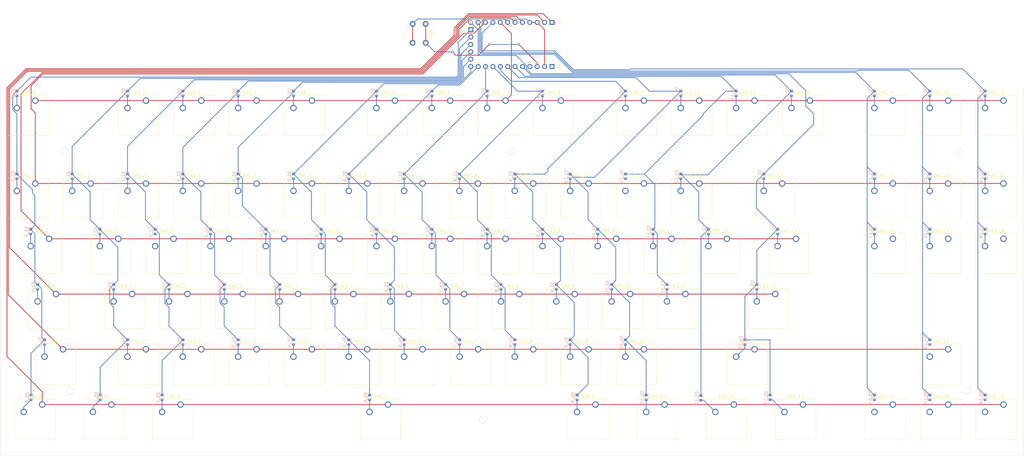
<source format=kicad_pcb>
(kicad_pcb (version 20211014) (generator pcbnew)
  (layers (0 "F.Cu" signal) (31 "B.Cu" signal) (34 "B.Paste" user) (35 "F.Paste" user) (36 "B.SilkS" user "B.Silkscreen") (37 "F.SilkS" user "F.Silkscreen") (38 "B.Mask" user) (39 "F.Mask" user) (44 "Edge.Cuts" user))
  (net 0 "")
  (net 1 "Col00")
  (net 2 "Net-(D0_0-Pad2)")
  (net 3 "Col01")
  (net 4 "Net-(D0_1-Pad2)")
  (net 5 "Col02")
  (net 6 "Net-(D0_2-Pad2)")
  (net 7 "Col03")
  (net 8 "Net-(D0_3-Pad2)")
  (net 9 "Col04")
  (net 10 "Net-(D0_4-Pad2)")
  (net 11 "Col05")
  (net 12 "Net-(D0_5-Pad2)")
  (net 13 "Col06")
  (net 14 "Net-(D0_6-Pad2)")
  (net 15 "Col07")
  (net 16 "Net-(D0_7-Pad2)")
  (net 17 "Col08")
  (net 18 "Net-(D0_8-Pad2)")
  (net 19 "Col09")
  (net 20 "Net-(D0_9-Pad2)")
  (net 21 "Col10")
  (net 22 "Net-(D0_10-Pad2)")
  (net 23 "Col11")
  (net 24 "Net-(D0_11-Pad2)")
  (net 25 "Col12")
  (net 26 "Net-(D0_12-Pad2)")
  (net 27 "Col14")
  (net 28 "Net-(D0_14-Pad2)")
  (net 29 "Col15")
  (net 30 "Net-(D0_15-Pad2)")
  (net 31 "Col16")
  (net 32 "Net-(D0_16-Pad2)")
  (net 33 "Net-(D1_0-Pad2)")
  (net 34 "Net-(D1_1-Pad2)")
  (net 35 "Net-(D1_2-Pad2)")
  (net 36 "Net-(D1_3-Pad2)")
  (net 37 "Net-(D1_4-Pad2)")
  (net 38 "Net-(D1_5-Pad2)")
  (net 39 "Net-(D1_6-Pad2)")
  (net 40 "Net-(D1_7-Pad2)")
  (net 41 "Net-(D1_8-Pad2)")
  (net 42 "Net-(D1_9-Pad2)")
  (net 43 "Net-(D1_10-Pad2)")
  (net 44 "Net-(D1_11-Pad2)")
  (net 45 "Net-(D1_12-Pad2)")
  (net 46 "Col13")
  (net 47 "Net-(D1_13-Pad2)")
  (net 48 "Net-(D1_14-Pad2)")
  (net 49 "Net-(D1_15-Pad2)")
  (net 50 "Net-(D1_16-Pad2)")
  (net 51 "Net-(D2_0-Pad2)")
  (net 52 "Net-(D2_1-Pad2)")
  (net 53 "Net-(D2_2-Pad2)")
  (net 54 "Net-(D2_3-Pad2)")
  (net 55 "Net-(D2_4-Pad2)")
  (net 56 "Net-(D2_5-Pad2)")
  (net 57 "Net-(D2_6-Pad2)")
  (net 58 "Net-(D2_7-Pad2)")
  (net 59 "Net-(D2_8-Pad2)")
  (net 60 "Net-(D2_9-Pad2)")
  (net 61 "Net-(D2_10-Pad2)")
  (net 62 "Net-(D2_11-Pad2)")
  (net 63 "Net-(D2_12-Pad2)")
  (net 64 "Net-(D2_13-Pad2)")
  (net 65 "Net-(D2_14-Pad2)")
  (net 66 "Net-(D2_15-Pad2)")
  (net 67 "Net-(D2_16-Pad2)")
  (net 68 "Net-(D3_0-Pad2)")
  (net 69 "Net-(D3_1-Pad2)")
  (net 70 "Net-(D3_2-Pad2)")
  (net 71 "Net-(D3_3-Pad2)")
  (net 72 "Net-(D3_4-Pad2)")
  (net 73 "Net-(D3_5-Pad2)")
  (net 74 "Net-(D3_6-Pad2)")
  (net 75 "Net-(D3_7-Pad2)")
  (net 76 "Net-(D3_8-Pad2)")
  (net 77 "Net-(D3_9-Pad2)")
  (net 78 "Net-(D3_10-Pad2)")
  (net 79 "Net-(D3_11-Pad2)")
  (net 80 "Net-(D3_13-Pad2)")
  (net 81 "Net-(D4_0-Pad2)")
  (net 82 "Net-(D4_1-Pad2)")
  (net 83 "Net-(D4_2-Pad2)")
  (net 84 "Net-(D4_3-Pad2)")
  (net 85 "Net-(D4_4-Pad2)")
  (net 86 "Net-(D4_5-Pad2)")
  (net 87 "Net-(D4_6-Pad2)")
  (net 88 "Net-(D4_7-Pad2)")
  (net 89 "Net-(D4_8-Pad2)")
  (net 90 "Net-(D4_9-Pad2)")
  (net 91 "Net-(D4_10-Pad2)")
  (net 92 "Net-(D4_13-Pad2)")
  (net 93 "Net-(D4_15-Pad2)")
  (net 94 "Net-(D5_0-Pad2)")
  (net 95 "Net-(D5_1-Pad2)")
  (net 96 "Net-(D5_2-Pad2)")
  (net 97 "Net-(D5_6-Pad2)")
  (net 98 "Net-(D5_10-Pad2)")
  (net 99 "Net-(D5_12-Pad2)")
  (net 100 "Net-(D5_13-Pad2)")
  (net 101 "Net-(D5_14-Pad2)")
  (net 102 "Net-(D5_15-Pad2)")
  (net 103 "Net-(D5_16-Pad2)")
  (net 104 "Row0")
  (net 105 "Row1")
  (net 106 "Row2")
  (net 107 "Row3")
  (net 108 "Row4")
  (net 109 "Row5")
  (net 110 "Net-(D5_9-Pad2)")
  (net 111 "GND")
  (net 113 "RST")
  (net 114 "+3V3")
  (footprint "Button_Switch_Keyboard:SW_Cherry_MX_1.00u_PCB" (layer "F.Cu") (at 38 60)
    (fp_text reference "SW0_0")
    (fp_text value "SW_Push")
  )
  (footprint "Button_Switch_Keyboard:SW_Cherry_MX_1.00u_PCB" (layer "F.Cu") (at 228.5 145.725)
    (fp_text reference "SW4_9")
    (fp_text value "SW_Push")
  )
  (footprint "Button_Switch_Keyboard:SW_Cherry_MX_1.00u_PCB" (layer "F.Cu") (at 209.45 145.725)
    (fp_text reference "SW4_8")
    (fp_text value "SW_Push")
  )
  (footprint "Button_Switch_Keyboard:SW_Cherry_MX_1.00u_PCB" (layer "F.Cu") (at 90.3875 126.675)
    (fp_text reference "SW3_2")
    (fp_text value "SW_Push")
  )
  (footprint "Button_Switch_Keyboard:SW_Cherry_MX_1.00u_PCB" (layer "F.Cu") (at 333.275 164.775)
    (fp_text reference "SW5_14")
    (fp_text value "SW_Push")
  )
  (footprint "Button_Switch_Keyboard:SW_Cherry_MX_1.00u_PCB" (layer "F.Cu") (at 104.675 107.625)
    (fp_text reference "SW2_3")
    (fp_text value "SW_Push")
  )
  (footprint "Button_Switch_Keyboard:SW_Cherry_MX_1.00u_PCB" (layer "F.Cu") (at 66.575 107.625)
    (fp_text reference "SW2_1")
    (fp_text value "SW_Push")
  )
  (footprint "Button_Switch_Keyboard:SW_Cherry_MX_1.00u_PCB" (layer "F.Cu") (at 266.6 60)
    (fp_text reference "SW0_10")
    (fp_text value "SW_Push")
  )
  (footprint "Button_Switch_Keyboard:SW_Cherry_MX_1.00u_PCB" (layer "F.Cu") (at 190.46 145.725)
    (fp_text reference "SW4_7")
    (fp_text value "SW_Push")
  )
  (footprint "Button_Switch_Keyboard:SW_Cherry_MX_1.00u_PCB" (layer "F.Cu") (at 333.275 107.625)
    (fp_text reference "SW2_14")
    (fp_text value "SW_Push")
  )
  (footprint "Button_Switch_Keyboard:SW_Cherry_MX_1.00u_PCB" (layer "F.Cu") (at 352.325 88.575)
    (fp_text reference "SW1_15")
    (fp_text value "SW_Push")
  )
  (footprint "Button_Switch_Keyboard:SW_Cherry_MX_1.00u_PCB" (layer "F.Cu") (at 152.3 88.575)
    (fp_text reference "SW1_6")
    (fp_text value "SW_Push")
  )
  (footprint "Button_Switch_Keyboard:SW_Cherry_MX_1.00u_PCB" (layer "F.Cu") (at 38 88.575)
    (fp_text reference "SW1_0")
    (fp_text value "SW_Push")
  )
  (footprint "Button_Switch_Keyboard:SW_Cherry_MX_1.00u_PCB" (layer "F.Cu") (at 147.5375 126.675)
    (fp_text reference "SW3_5")
    (fp_text value "SW_Push")
  )
  (footprint "Button_Switch_Keyboard:SW_Cherry_MX_1.25u_PCB" (layer "F.Cu") (at 88.00625 164.775)
    (fp_text reference "SW5_2")
    (fp_text value "SW_Push")
  )
  (footprint "Button_Switch_Keyboard:SW_Cherry_MX_1.00u_PCB" (layer "F.Cu") (at 133.25 88.575)
    (fp_text reference "SW1_5")
    (fp_text value "SW_Push")
  )
  (footprint "Button_Switch_Keyboard:SW_Cherry_MX_1.00u_PCB" (layer "F.Cu") (at 76.1 88.575)
    (fp_text reference "SW1_2")
    (fp_text value "SW_Push")
  )
  (footprint "Button_Switch_Keyboard:SW_Cherry_MX_2.00u_PCB" (layer "F.Cu") (at 295.175 88.575)
    (fp_text reference "SW1_13")
    (fp_text value "SW_Push")
  )
  (footprint "Button_Switch_Keyboard:SW_Cherry_MX_1.00u_PCB" (layer "F.Cu") (at 218.975 107.625)
    (fp_text reference "SW2_9")
    (fp_text value "SW_Push")
  )
  (footprint "Button_Switch_Keyboard:SW_Cherry_MX_1.00u_PCB" (layer "F.Cu") (at 114.2 88.575)
    (fp_text reference "SW1_4")
    (fp_text value "SW_Push")
  )
  (footprint "Button_Switch_Keyboard:SW_Cherry_MX_1.00u_PCB" (layer "F.Cu") (at 352.325 164.775)
    (fp_text reference "SW5_15")
    (fp_text value "SW_Push")
  )
  (footprint "Button_Switch_Keyboard:SW_Cherry_MX_1.00u_PCB" (layer "F.Cu") (at 371.375 107.625)
    (fp_text reference "SW2_16")
    (fp_text value "SW_Push")
  )
  (footprint "Button_Switch_Keyboard:SW_Cherry_MX_2.25u_PCB" (layer "F.Cu") (at 292.79375 126.675)
    (fp_text reference "SW3_13")
    (fp_text value "SW_Push")
  )
  (footprint "Connector_PinSocket_2.54mm:PinSocket_1x12_P2.54mm_Vertical" (layer "F.Cu") (at 215.88 33.045 -90)
    (fp_text reference "J1")
    (fp_text value "Conn_01x12_Female")
  )
  (footprint "Button_Switch_Keyboard:SW_Cherry_MX_1.00u_PCB" (layer "F.Cu") (at 152.3 145.725)
    (fp_text reference "SW4_5")
    (fp_text value "SW_Push")
  )
  (footprint "Button_Switch_Keyboard:SW_Cherry_MX_1.00u_PCB" (layer "F.Cu") (at 161.825 107.625)
    (fp_text reference "SW2_6")
    (fp_text value "SW_Push")
  )
  (footprint "Button_Switch_Keyboard:SW_Cherry_MX_1.00u_PCB" (layer "F.Cu") (at 333.275 60)
    (fp_text reference "SW0_14")
    (fp_text value "SW_Push")
  )
  (footprint "Button_Switch_Keyboard:SW_Cherry_MX_1.00u_PCB" (layer "F.Cu") (at 161.825 60)
    (fp_text reference "SW0_5")
    (fp_text value "SW_Push")
  )
  (footprint "Button_Switch_Keyboard:SW_Cherry_MX_1.00u_PCB" (layer "F.Cu") (at 71.3375 126.675)
    (fp_text reference "SW3_1")
    (fp_text value "SW_Push")
  )
  (footprint "Button_Switch_Keyboard:SW_Cherry_MX_1.00u_PCB" (layer "F.Cu") (at 190.4 88.575)
    (fp_text reference "SW1_8")
    (fp_text value "SW_Push")
  )
  (footprint "Button_Switch_Keyboard:SW_Cherry_MX_1.00u_PCB" (layer "F.Cu") (at 266.6 88.575)
    (fp_text reference "SW1_12")
    (fp_text value "SW_Push")
  )
  (footprint "Button_Switch_Keyboard:SW_Cherry_MX_1.00u_PCB" (layer "F.Cu") (at 57.05 88.575)
    (fp_text reference "SW1_1")
    (fp_text value "SW_Push")
  )
  (footprint "Button_Switch_Keyboard:SW_Cherry_MX_1.00u_PCB" (layer "F.Cu") (at 352.325 60)
    (fp_text reference "SW0_15")
    (fp_text value "SW_Push")
  )
  (footprint "Button_Switch_Keyboard:SW_Cherry_MX_1.50u_PCB" (layer "F.Cu") (at 42.7625 107.625)
    (fp_text reference "SW2_0")
    (fp_text value "SW_Push")
  )
  (footprint "Button_Switch_Keyboard:SW_Cherry_MX_1.25u_PCB" (layer "F.Cu") (at 230.88125 164.775)
    (fp_text reference "SW5_9")
    (fp_text value "SW_Push")
  )
  (footprint "Button_Switch_Keyboard:SW_Cherry_MX_1.00u_PCB" (layer "F.Cu") (at 114.2 60)
    (fp_text reference "SW0_3")
    (fp_text value "SW_Push")
  )
  (footprint "Button_Switch_Keyboard:SW_Cherry_MX_1.00u_PCB" (layer "F.Cu") (at 371.375 88.575)
    (fp_text reference "SW1_16")
    (fp_text value "SW_Push")
  )
  (footprint "Button_Switch_Keyboard:SW_Cherry_MX_1.00u_PCB" (layer "F.Cu") (at 114.2 145.725)
    (fp_text reference "SW4_3")
    (fp_text value "SW_Push")
  )
  (footprint "Button_Switch_Keyboard:SW_Cherry_MX_1.25u_PCB" (layer "F.Cu") (at 64.19375 164.775)
    (fp_text reference "SW5_1")
    (fp_text value "SW_Push")
  )
  (footprint "Button_Switch_Keyboard:SW_Cherry_MX_1.00u_PCB" (layer "F.Cu") (at 333.275 88.575)
    (fp_text reference "SW1_14")
    (fp_text value "SW_Push")
  )
  (footprint "Button_Switch_Keyboard:SW_Cherry_MX_1.00u_PCB" (layer "F.Cu") (at 247.55 145.725)
    (fp_text reference "SW4_10")
    (fp_text value "SW_Push")
  )
  (footprint "Button_Switch_Keyboard:SW_Cherry_MX_1.25u_PCB" (layer "F.Cu") (at 40.38125 164.775)
    (fp_text reference "SW5_0")
    (fp_text value "SW_Push")
  )
  (footprint "Button_Switch_Keyboard:SW_Cherry_MX_1.00u_PCB" (layer "F.Cu") (at 228.5 88.575)
    (fp_text reference "SW1_10")
    (fp_text value "SW_Push")
  )
  (footprint "Button_Switch_Keyboard:SW_Cherry_MX_1.00u_PCB" (layer "F.Cu") (at 242.7875 126.675)
    (fp_text reference "SW3_10")
    (fp_text value "SW_Push")
  )
  (footprint "Button_Switch_Keyboard:SW_Cherry_MX_1.00u_PCB" (layer "F.Cu") (at 304.7 60)
    (fp_text reference "SW0_12")
    (fp_text value "SW_Push")
  )
  (footprint "Button_Switch_THT:SW_PUSH_6mm" (layer "F.Cu") (at 172.43 33.58 -90)
    (fp_text reference "SW1")
    (fp_text value "SW_Push")
  )
  (footprint "Button_Switch_Keyboard:SW_Cherry_MX_1.00u_PCB" (layer "F.Cu") (at 133.25 60)
    (fp_text reference "SW0_4")
    (fp_text value "SW_Push")
  )
  (footprint "Button_Switch_Keyboard:SW_Cherry_MX_1.25u_PCB" (layer "F.Cu") (at 278.50625 164.775)
    (fp_text reference "SW5_12")
    (fp_text value "SW_Push")
  )
  (footprint "Button_Switch_Keyboard:SW_Cherry_MX_1.00u_PCB" (layer "F.Cu") (at 95.15 145.725)
    (fp_text reference "SW4_2")
    (fp_text value "SW_Push")
  )
  (footprint "Button_Switch_Keyboard:SW_Cherry_MX_1.00u_PCB" (layer "F.Cu") (at 142.775 107.625)
    (fp_text reference "SW2_5")
    (fp_text value "SW_Push")
  )
  (footprint "Button_Switch_Keyboard:SW_Cherry_MX_1.00u_PCB" (layer "F.Cu") (at 238.025 107.625)
    (fp_text reference "SW2_10")
    (fp_text value "SW_Push")
  )
  (footprint "Button_Switch_Keyboard:SW_Cherry_MX_1.00u_PCB" (layer "F.Cu") (at 257.075 107.625)
    (fp_text reference "SW2_11")
    (fp_text value "SW_Push")
  )
  (footprint "Button_Switch_Keyboard:SW_Cherry_MX_1.00u_PCB" (layer "F.Cu") (at 352.325 107.625)
    (fp_text reference "SW2_15")
    (fp_text value "SW_Push")
  )
  (footprint "Connector_PinSocket_2.54mm:PinSocket_1x12_P2.54mm_Vertical" (layer "F.Cu") (at 215.9 48.26 -90)
    (fp_text reference "J2")
    (fp_text value "Conn_01x12_Female")
  )
  (footprint "Button_Switch_Keyboard:SW_Cherry_MX_1.00u_PCB" (layer "F.Cu") (at 180.875 107.625)
    (fp_text reference "SW2_7")
    (fp_text value "SW_Push")
  )
  (footprint "Button_Switch_Keyboard:SW_Cherry_MX_1.00u_PCB" (layer "F.Cu") (at 85.625 107.625)
    (fp_text reference "SW2_2")
    (fp_text value "SW_Push")
  )
  (footprint "Button_Switch_Keyboard:SW_Cherry_MX_1.00u_PCB" (layer "F.Cu") (at 76.1 60)
    (fp_text reference "SW0_1")
    (fp_text value "SW_Push")
  )
  (footprint "Button_Switch_Keyboard:SW_Cherry_MX_1.00u_PCB" (layer "F.Cu") (at 171.35 88.575)
    (fp_text reference "SW1_7")
    (fp_text value "SW_Push")
  )
  (footprint "Button_Switch_Keyboard:SW_Cherry_MX_1.00u_PCB" (layer "F.Cu") (at 209.45 88.575)
    (fp_text reference "SW1_9")
    (fp_text value "SW_Push")
  )
  (footprint "Button_Switch_Keyboard:SW_Cherry_MX_1.00u_PCB" (layer "F.Cu") (at 204.6875 126.675)
    (fp_text reference "SW3_8")
    (fp_text value "SW_Push")
  )
  (footprint "Button_Switch_Keyboard:SW_Cherry_MX_1.00u_PCB" (layer "F.Cu") (at 218.975 60)
    (fp_text reference "SW0_8")
    (fp_text value "SW_Push")
  )
  (footprint "Button_Switch_Keyboard:SW_Cherry_MX_1.00u_PCB" (layer "F.Cu") (at 247.55 60)
    (fp_text reference "SW0_9")
    (fp_text value "SW_Push")
  )
  (footprint "Button_Switch_Keyboard:SW_Cherry_MX_1.00u_PCB" (layer "F.Cu") (at 199.925 107.625)
    (fp_text reference "SW2_8")
    (fp_text value "SW_Push")
  )
  (footprint "Button_Switch_Keyboard:SW_Cherry_MX_1.00u_PCB" (layer "F.Cu") (at 128.4875 126.675)
    (fp_text reference "SW3_4")
    (fp_text value "SW_Push")
  )
  (footprint "Button_Switch_Keyboard:SW_Cherry_MX_1.00u_PCB" (layer "F.Cu") (at 371.375 164.775)
    (fp_text reference "SW5_16")
    (fp_text value "SW_Push")
  )
  (footprint "Button_Switch_Keyboard:SW_Cherry_MX_1.00u_PCB" (layer "F.Cu") (at 371.375 60)
    (fp_text reference "SW0_16")
    (fp_text value "SW_Push")
  )
  (footprint "Button_Switch_Keyboard:SW_Cherry_MX_1.00u_PCB" (layer "F.Cu") (at 352.325 145.725)
    (fp_text reference "SW4_15")
    (fp_text value "SW_Push")
  )
  (footprint "Button_Switch_Keyboard:SW_Cherry_MX_1.00u_PCB" (layer "F.Cu") (at 185.6375 126.675)
    (fp_text reference "SW3_7")
    (fp_text value "SW_Push")
  )
  (footprint "Button_Switch_Keyboard:SW_Cherry_MX_1.50u_PCB" (layer "F.Cu") (at 299.9375 107.625)
    (fp_text reference "SW2_13")
    (fp_text value "SW_Push")
  )
  (footprint "Button_Switch_Keyboard:SW_Cherry_MX_1.00u_PCB" (layer "F.Cu") (at 95.15 60)
    (fp_text reference "SW0_2")
    (fp_text value "SW_Push")
  )
  (footprint "Button_Switch_Keyboard:SW_Cherry_MX_1.00u_PCB" (layer "F.Cu") (at 123.725 107.625)
    (fp_text reference "SW2_4")
    (fp_text value "SW_Push")
  )
  (footprint "Button_Switch_Keyboard:SW_Cherry_MX_1.00u_PCB" (layer "F.Cu") (at 247.55 88.575)
    (fp_text reference "SW1_11")
    (fp_text value "SW_Push")
  )
  (footprint "Connector_PinSocket_2.54mm:PinSocket_1x05_P2.54mm_Vertical" (layer "F.Cu") (at 187.96 35.56)
    (fp_text reference "J3")
    (fp_text value "Conn_01x05_Female")
  )
  (footprint "Button_Switch_Keyboard:SW_Cherry_MX_1.25u_PCB" (layer "F.Cu") (at 302.31875 164.775)
    (fp_text reference "SW5_13")
    (fp_text value "SW_Push")
  )
  (footprint "Button_Switch_Keyboard:SW_Cherry_MX_6.25u_PCB" (layer "F.Cu") (at 159.44375 164.775)
    (fp_text reference "SW5_5")
    (fp_text value "SW_Push")
  )
  (footprint "Button_Switch_Keyboard:SW_Cherry_MX_1.00u_PCB" (layer "F.Cu") (at 285.65 60)
    (fp_text reference "SW0_11")
    (fp_text value "SW_Push")
  )
  (footprint "Button_Switch_Keyboard:SW_Cherry_MX_1.00u_PCB" (layer "F.Cu") (at 166.5875 126.675)
    (fp_text reference "SW3_6")
    (fp_text value "SW_Push")
  )
  (footprint "Button_Switch_Keyboard:SW_Cherry_MX_1.00u_PCB" (layer "F.Cu") (at 109.4375 126.675)
    (fp_text reference "SW3_3")
    (fp_text value "SW_Push")
  )
  (footprint "Button_Switch_Keyboard:SW_Cherry_MX_1.75u_PCB" (layer "F.Cu") (at 45.14375 126.675)
    (fp_text reference "SW3_0")
    (fp_text value "SW_Push")
  )
  (footprint "Button_Switch_Keyboard:SW_Cherry_MX_1.00u_PCB" (layer "F.Cu") (at 171.35 145.725)
    (fp_text reference "SW4_6")
    (fp_text value "SW_Push")
  )
  (footprint "Button_Switch_Keyboard:SW_Cherry_MX_1.00u_PCB" (layer "F.Cu") (at 261.8375 126.675)
    (fp_text reference "SW3_11")
    (fp_text value "SW_Push")
  )
  (footprint "Button_Switch_Keyboard:SW_Cherry_MX_1.00u_PCB" (layer "F.Cu") (at 95.15 88.575)
    (fp_text reference "SW1_3")
    (fp_text value "SW_Push")
  )
  (footprint "Button_Switch_Keyboard:SW_Cherry_MX_1.00u_PCB" (layer "F.Cu") (at 223.7375 126.675)
    (fp_text reference "SW3_9")
    (fp_text value "SW_Push")
  )
  (footprint "Button_Switch_Keyboard:SW_Cherry_MX_1.00u_PCB" (layer "F.Cu") (at 76.1 145.725)
    (fp_text reference "SW4_1")
    (fp_text value "SW_Push")
  )
  (footprint "Button_Switch_Keyboard:SW_Cherry_MX_1.00u_PCB" (layer "F.Cu") (at 180.875 60)
    (fp_text reference "SW0_6")
    (fp_text value "SW_Push")
  )
  (footprint "Button_Switch_Keyboard:SW_Cherry_MX_1.00u_PCB" (layer "F.Cu") (at 133.25 145.725)
    (fp_text reference "SW4_4")
    (fp_text value "SW_Push")
  )
  (footprint "Button_Switch_Keyboard:SW_Cherry_MX_1.00u_PCB" (layer "F.Cu") (at 276.125 107.625)
    (fp_text reference "SW2_12")
    (fp_text value "SW_Push")
  )
  (footprint "Button_Switch_Keyboard:SW_Cherry_MX_2.00u_PCB" (layer "F.Cu") (at 47.525 145.725)
    (fp_text reference "SW4_0")
    (fp_text value "SW_Push")
  )
  (footprint "Button_Switch_Keyboard:SW_Cherry_MX_2.75u_PCB" (layer "F.Cu") (at 285.65 145.725)
    (fp_text reference "SW4_13")
    (fp_text value "SW_Push")
  )
  (footprint "Button_Switch_Keyboard:SW_Cherry_MX_1.25u_PCB" (layer "F.Cu") (at 254.69375 164.775)
    (fp_text reference "SW5_10")
    (fp_text value "SW_Push")
  )
  (footprint "Button_Switch_Keyboard:SW_Cherry_MX_1.00u_PCB" (layer "F.Cu") (at 199.925 60)
    (fp_text reference "SW0_7")
    (fp_text value "SW_Push")
  )
  (footprint "Diode_SMD:D_0603_1608Metric" (layer "B.Cu") (at 174.525 105.165 -90)
    (fp_text reference "D2_7")
    (fp_text value "D_Small")
  )
  (footprint "Diode_SMD:D_0603_1608Metric" (layer "B.Cu") (at 326.925 105.165 -90)
    (fp_text reference "D2_14")
    (fp_text value "D_Small")
  )
  (footprint "Diode_SMD:D_0603_1608Metric" (layer "B.Cu") (at 36.4125 105.165 -90)
    (fp_text reference "D2_0")
    (fp_text value "D_Small")
  )
  (footprint "Diode_SMD:D_0603_1608Metric" (layer "B.Cu") (at 31.65 86.115 -90)
    (fp_text reference "D1_0")
    (fp_text value "D_Small")
  )
  (footprint "Diode_SMD:D_0603_1608Metric" (layer "B.Cu") (at 250.725 105.165 -90)
    (fp_text reference "D2_11")
    (fp_text value "D_Small")
  )
  (footprint "Diode_SMD:D_0603_1608Metric" (layer "B.Cu") (at 60.34375 162.315 -90)
    (fp_text reference "D5_1")
    (fp_text value "D_Small")
  )
  (footprint "Diode_SMD:D_0603_1608Metric" (layer "B.Cu") (at 107.85 57.54 -90)
    (fp_text reference "D0_3")
    (fp_text value "D_Small")
  )
  (footprint "Diode_SMD:D_0603_1608Metric" (layer "B.Cu") (at 236.4375 124.215 -90)
    (fp_text reference "D3_10")
    (fp_text value "D_Small")
  )
  (footprint "Diode_SMD:D_0603_1608Metric" (layer "B.Cu") (at 365.025 86.115 -90)
    (fp_text reference "D1_16")
    (fp_text value "D_Small")
  )
  (footprint "Diode_SMD:D_0603_1608Metric" (layer "B.Cu") (at 126.9 57.54 -90)
    (fp_text reference "D0_4")
    (fp_text value "D_Small")
  )
  (footprint "Diode_SMD:D_0603_1608Metric" (layer "B.Cu") (at 36.53125 162.315 -90)
    (fp_text reference "D5_0")
    (fp_text value "D_Small")
  )
  (footprint "Diode_SMD:D_0603_1608Metric" (layer "B.Cu") (at 88.8 57.54 -90)
    (fp_text reference "D0_2")
    (fp_text value "D_Small")
  )
  (footprint "Diode_SMD:D_0603_1608Metric" (layer "B.Cu") (at 260.25 86.115 -90)
    (fp_text reference "D1_12")
    (fp_text value "D_Small")
  )
  (footprint "Diode_SMD:D_0603_1608Metric" (layer "B.Cu") (at 60.225 105.165 -90)
    (fp_text reference "D2_1")
    (fp_text value "D_Small")
  )
  (footprint "Diode_SMD:D_0603_1608Metric" (layer "B.Cu") (at 298.35 57.54 -90)
    (fp_text reference "D0_12")
    (fp_text value "D_Small")
  )
  (footprint "Diode_SMD:D_0603_1608Metric" (layer "B.Cu") (at 79.275 105.165 -90)
    (fp_text reference "D2_2")
    (fp_text value "D_Small")
  )
  (footprint "Diode_SMD:D_0603_1608Metric" (layer "B.Cu") (at 286.44375 124.215 -90)
    (fp_text reference "D3_13")
    (fp_text value "D_Small")
  )
  (footprint "Diode_SMD:D_0603_1608Metric" (layer "B.Cu") (at 241.2 143.265 -90)
    (fp_text reference "D4_10")
    (fp_text value "D_Small")
  )
  (footprint "Diode_SMD:D_0603_1608Metric" (layer "B.Cu") (at 288.825 86.115 -90)
    (fp_text reference "D1_13")
    (fp_text value "D_Small")
  )
  (footprint "Diode_SMD:D_0603_1608Metric" (layer "B.Cu") (at 117.375 105.165 -90)
    (fp_text reference "D2_4")
    (fp_text value "D_Small")
  )
  (footprint "Diode_SMD:D_0603_1608Metric" (layer "B.Cu") (at 269.775 105.165 -90)
    (fp_text reference "D2_12")
    (fp_text value "D_Small")
  )
  (footprint "Diode_SMD:D_0603_1608Metric" (layer "B.Cu") (at 345.975 57.54 -90)
    (fp_text reference "D0_15")
    (fp_text value "D_Small")
  )
  (footprint "Diode_SMD:D_0603_1608Metric" (layer "B.Cu") (at 141.1875 124.215 -90)
    (fp_text reference "D3_5")
    (fp_text value "D_Small")
  )
  (footprint "Diode_SMD:D_0603_1608Metric" (layer "B.Cu") (at 155.475 57.54 -90)
    (fp_text reference "D0_5")
    (fp_text value "D_Small")
  )
  (footprint "Diode_SMD:D_0603_1608Metric" (layer "B.Cu") (at 282.3 143.265 -90)
    (fp_text reference "D4_13")
    (fp_text value "D_Small")
  )
  (footprint "Diode_SMD:D_0603_1608Metric" (layer "B.Cu") (at 326.925 86.115 -90)
    (fp_text reference "D1_14")
    (fp_text value "D_Small")
  )
  (footprint "Diode_SMD:D_0603_1608Metric" (layer "B.Cu") (at 81.65625 162.315 -90)
    (fp_text reference "D5_2")
    (fp_text value "D_Small")
  )
  (footprint "Diode_SMD:D_0603_1608Metric" (layer "B.Cu") (at 290.96875 162.315 -90)
    (fp_text reference "D5_13")
    (fp_text value "D_Small")
  )
  (footprint "Diode_SMD:D_0603_1608Metric" (layer "B.Cu") (at 69.75 86.115 -90)
    (fp_text reference "D1_2")
    (fp_text value "D_Small")
  )
  (footprint "Diode_SMD:D_0603_1608Metric" (layer "B.Cu") (at 222.15 143.265 -90)
    (fp_text reference "D4_9")
    (fp_text value "D_Small")
  )
  (footprint "Diode_SMD:D_0603_1608Metric" (layer "B.Cu") (at 193.575 105.165 -90)
    (fp_text reference "D2_8")
    (fp_text value "D_Small")
  )
  (footprint "Diode_SMD:D_0603_1608Metric" (layer "B.Cu") (at 365.025 162.315 -90)
    (fp_text reference "D5_16")
    (fp_text value "D_Small")
  )
  (footprint "Diode_SMD:D_0603_1608Metric" (layer "B.Cu") (at 98.325 105.165 -90)
    (fp_text reference "D2_3")
    (fp_text value "D_Small")
  )
  (footprint "Diode_SMD:D_0603_1608Metric" (layer "B.Cu") (at 50.7 86.115 -90)
    (fp_text reference "D1_1")
    (fp_text value "D_Small")
  )
  (footprint "Diode_SMD:D_0603_1608Metric" (layer "B.Cu") (at 365.025 105.165 -90)
    (fp_text reference "D2_16")
    (fp_text value "D_Small")
  )
  (footprint "Diode_SMD:D_0603_1608Metric" (layer "B.Cu") (at 267.15625 162.5 -90)
    (fp_text reference "D5_12")
    (fp_text value "D_Small")
  )
  (footprint "Diode_SMD:D_0603_1608Metric" (layer "B.Cu") (at 107.85 86.115 -90)
    (fp_text reference "D1_4")
    (fp_text value "D_Small")
  )
  (footprint "Diode_SMD:D_0603_1608Metric" (layer "B.Cu") (at 160.2375 124.215 -90)
    (fp_text reference "D3_6")
    (fp_text value "D_Small")
  )
  (footprint "Diode_SMD:D_0603_1608Metric" (layer "B.Cu") (at 103.0875 124.215 -90)
    (fp_text reference "D3_3")
    (fp_text value "D_Small")
  )
  (footprint "Diode_SMD:D_0603_1608Metric" (layer "B.Cu") (at 241.2 86.115 -90)
    (fp_text reference "D1_11")
    (fp_text value "D_Small")
  )
  (footprint "Diode_SMD:D_0603_1608Metric" (layer "B.Cu") (at 145.95 86.115 -90)
    (fp_text reference "D1_6")
    (fp_text value "D_Small")
  )
  (footprint "Diode_SMD:D_0603_1608Metric" (layer "B.Cu") (at 212.625 57.54 -90)
    (fp_text reference "D0_8")
    (fp_text value "D_Small")
  )
  (footprint "Diode_SMD:D_0603_1608Metric" (layer "B.Cu") (at 184.05 86.115 -90)
    (fp_text reference "D1_8")
    (fp_text value "D_Small")
  )
  (footprint "Diode_SMD:D_0603_1608Metric" (layer "B.Cu") (at 179.2875 124.215 -90)
    (fp_text reference "D3_7")
    (fp_text value "D_Small")
  )
  (footprint "Diode_SMD:D_0603_1608Metric" (layer "B.Cu") (at 345.975 105.165 -90)
    (fp_text reference "D2_15")
    (fp_text value "D_Small")
  )
  (footprint "Diode_SMD:D_0603_1608Metric" (layer "B.Cu") (at 222.15 86.115 -90)
    (fp_text reference "D1_10")
    (fp_text value "D_Small")
  )
  (footprint "Diode_SMD:D_0603_1608Metric" (layer "B.Cu") (at 345.975 143.265 -90)
    (fp_text reference "D4_15")
    (fp_text value "D_Small")
  )
  (footprint "Diode_SMD:D_0603_1608Metric" (layer "B.Cu") (at 217.3875 124.215 -90)
    (fp_text reference "D3_9")
    (fp_text value "D_Small")
  )
  (footprint "Diode_SMD:D_0603_1608Metric" (layer "B.Cu") (at 241.2 57.54 -90)
    (fp_text reference "D0_9")
    (fp_text value "D_Small")
  )
  (footprint "Diode_SMD:D_0603_1608Metric" (layer "B.Cu") (at 88.8 143.265 -90)
    (fp_text reference "D4_2")
    (fp_text value "D_Small")
  )
  (footprint "Diode_SMD:D_0603_1608Metric" (layer "B.Cu") (at 136.425 105.165 -90)
    (fp_text reference "D2_5")
    (fp_text value "D_Small")
  )
  (footprint "Diode_SMD:D_0603_1608Metric" (layer "B.Cu") (at 126.9 86.115 -90)
    (fp_text reference "D1_5")
    (fp_text value "D_Small")
  )
  (footprint "Diode_SMD:D_0603_1608Metric" (layer "B.Cu") (at 145.95 143.265 -90)
    (fp_text reference "D4_5")
    (fp_text value "D_Small")
  )
  (footprint "Diode_SMD:D_0603_1608Metric" (layer "B.Cu") (at 198.3375 124.215 -90)
    (fp_text reference "D3_8")
    (fp_text value "D_Small")
  )
  (footprint "Diode_SMD:D_0603_1608Metric" (layer "B.Cu") (at 365.025 57.54 -90)
    (fp_text reference "D0_16")
    (fp_text value "D_Small")
  )
  (footprint "Diode_SMD:D_0603_1608Metric" (layer "B.Cu") (at 69.75 57.54 -90)
    (fp_text reference "D0_1")
    (fp_text value "D_Small")
  )
  (footprint "Diode_SMD:D_0603_1608Metric" (layer "B.Cu") (at 260.25 57.54 -90)
    (fp_text reference "D0_10")
    (fp_text value "D_Small")
  )
  (footprint "Diode_SMD:D_0603_1608Metric" (layer "B.Cu") (at 345.975 86.115 -90)
    (fp_text reference "D1_15")
    (fp_text value "D_Small")
  )
  (footprint "Diode_SMD:D_0603_1608Metric" (layer "B.Cu") (at 155.475 105.165 -90)
    (fp_text reference "D2_6")
    (fp_text value "D_Small")
  )
  (footprint "Diode_SMD:D_0603_1608Metric" (layer "B.Cu") (at 126.9 143.265 -90)
    (fp_text reference "D4_4")
    (fp_text value "D_Small")
  )
  (footprint "Diode_SMD:D_0603_1608Metric" (layer "B.Cu") (at 279.3 57.54 -90)
    (fp_text reference "D0_11")
    (fp_text value "D_Small")
  )
  (footprint "Diode_SMD:D_0603_1608Metric" (layer "B.Cu") (at 84.0375 124.215 -90)
    (fp_text reference "D3_2")
    (fp_text value "D_Small")
  )
  (footprint "Diode_SMD:D_0603_1608Metric" (layer "B.Cu") (at 255.4875 124.215 -90)
    (fp_text reference "D3_11")
    (fp_text value "D_Small")
  )
  (footprint "Diode_SMD:D_0603_1608Metric" (layer "B.Cu") (at 38.79375 124.215 -90)
    (fp_text reference "D3_0")
    (fp_text value "D_Small")
  )
  (footprint "Diode_SMD:D_0603_1608Metric" (layer "B.Cu") (at 107.85 143.265 -90)
    (fp_text reference "D4_3")
    (fp_text value "D_Small")
  )
  (footprint "Diode_SMD:D_0603_1608Metric" (layer "B.Cu") (at 203.1 86.115 -90)
    (fp_text reference "D1_9")
    (fp_text value "D_Small")
  )
  (footprint "Diode_SMD:D_0603_1608Metric" (layer "B.Cu") (at 41.175 143.265 -90)
    (fp_text reference "D4_0")
    (fp_text value "D_Small")
  )
  (footprint "Diode_SMD:D_0603_1608Metric" (layer "B.Cu") (at 174.525 57.54 -90)
    (fp_text reference "D0_6")
    (fp_text value "D_Small")
  )
  (footprint "Diode_SMD:D_0603_1608Metric" (layer "B.Cu") (at 293.5875 105.165 -90)
    (fp_text reference "D2_13")
    (fp_text value "D_Small")
  )
  (footprint "Diode_SMD:D_0603_1608Metric" (layer "B.Cu") (at 64.9875 124.215 -90)
    (fp_text reference "D3_1")
    (fp_text value "D_Small")
  )
  (footprint "Diode_SMD:D_0603_1608Metric" (layer "B.Cu") (at 165 86.115 -90)
    (fp_text reference "D1_7")
    (fp_text value "D_Small")
  )
  (footprint "Diode_SMD:D_0603_1608Metric" (layer "B.Cu") (at 203.1 143.265 -90)
    (fp_text reference "D4_8")
    (fp_text value "D_Small")
  )
  (footprint "Diode_SMD:D_0603_1608Metric" (layer "B.Cu") (at 248.34375 162.315 -90)
    (fp_text reference "D5_10")
    (fp_text value "D_Small")
  )
  (footprint "Diode_SMD:D_0603_1608Metric" (layer "B.Cu") (at 122.1375 124.215 -90)
    (fp_text reference "D3_4")
    (fp_text value "D_Small")
  )
  (footprint "Diode_SMD:D_0603_1608Metric" (layer "B.Cu") (at 224.53125 162.315 -90)
    (fp_text reference "D5_9")
    (fp_text value "D_Small")
  )
  (footprint "Diode_SMD:D_0603_1608Metric" (layer "B.Cu") (at 326.925 57.54 -90)
    (fp_text reference "D0_14")
    (fp_text value "D_Small")
  )
  (footprint "Diode_SMD:D_0603_1608Metric" (layer "B.Cu") (at 326.925 162.315 -90)
    (fp_text reference "D5_14")
    (fp_text value "D_Small")
  )
  (footprint "Diode_SMD:D_0603_1608Metric" (layer "B.Cu") (at 69.75 143.265 -90)
    (fp_text reference "D4_1")
    (fp_text value "D_Small")
  )
  (footprint "Diode_SMD:D_0603_1608Metric" (layer "B.Cu") (at 345.975 162.315 -90)
    (fp_text reference "D5_15")
    (fp_text value "D_Small")
  )
  (footprint "Diode_SMD:D_0603_1608Metric" (layer "B.Cu") (at 184.11 143.265 -90)
    (fp_text reference "D4_7")
    (fp_text value "D_Small")
  )
  (footprint "Diode_SMD:D_0603_1608Metric" (layer "B.Cu") (at 153.09375 162.315 -90)
    (fp_text reference "D5_6")
    (fp_text value "D_Small")
  )
  (footprint "Diode_SMD:D_0603_1608Metric" (layer "B.Cu") (at 231.675 105.165 -90)
    (fp_text reference "D2_10")
    (fp_text value "D_Small")
  )
  (footprint "Diode_SMD:D_0603_1608Metric" (layer "B.Cu") (at 165 143.265 -90)
    (fp_text reference "D4_6")
    (fp_text value "D_Small")
  )
  (footprint "Diode_SMD:D_0603_1608Metric" (layer "B.Cu") (at 31.65 57.54 -90)
    (fp_text reference "D0_0")
    (fp_text value "D_Small")
  )
  (footprint "Diode_SMD:D_0603_1608Metric" (layer "B.Cu") (at 193.575 57.54 -90)
    (fp_text reference "D0_7")
    (fp_text value "D_Small")
  )
  (footprint "Diode_SMD:D_0603_1608Metric" (layer "B.Cu") (at 88.8 86.115 -90)
    (fp_text reference "D1_3")
    (fp_text value "D_Small")
  )
  (footprint "Diode_SMD:D_0603_1608Metric" (layer "B.Cu") (at 212.625 105.165 -90)
    (fp_text reference "D2_9")
    (fp_text value "D_Small")
  )
  (gr_circle (center 202.15 77.5) (end 203.45 77.5) (layer "Edge.Cuts") (width 0.1) (fill none))
  (gr_circle (center 356 77.5) (end 357.3 77.5) (layer "Edge.Cuts") (width 0.1) (fill none))
  (gr_line (start 378.4 182.5) (end 378.4 55.5) (layer "Edge.Cuts") (width 0.1))
  (gr_circle (center 47.9 77.5) (end 49.2 77.5) (layer "Edge.Cuts") (width 0.1) (fill none))
  (gr_circle (center 192.15 169.975) (end 193.45 169.975) (layer "Edge.Cuts") (width 0.1) (fill none))
  (gr_line (start 25.9 182.5) (end 378.4 182.5) (layer "Edge.Cuts") (width 0.1))
  (gr_circle (center 49.9 160) (end 51.2 160) (layer "Edge.Cuts") (width 0.1) (fill none))
  (gr_circle (center 358.95 160) (end 360.25 160) (layer "Edge.Cuts") (width 0.1) (fill none))
  (gr_line (start 25.9 55.5) (end 25.9 182.5) (layer "Edge.Cuts") (width 0.1))
  (segment (start 38.79375 123.4275) (end 37.847979 122.481729) (width 0.25) (layer "B.Cu") (net 1))
  (segment (start 183.032812 51.91288) (end 36.48962 51.91288) (width 0.25) (layer "B.Cu") (net 1))
  (segment (start 30.225489 58.177011) (end 30.225489 63.130053) (width 0.25) (layer "B.Cu") (net 1))
  (segment (start 31.65 85.3275) (end 36.981541 90.659041) (width 0.25) (layer "B.Cu") (net 1))
  (segment (start 37.834521 102.955479) (end 36.4125 104.3775) (width 0.25) (layer "B.Cu") (net 1))
  (segment (start 30.225489 63.130053) (end 31.65 64.554564) (width 0.25) (layer "B.Cu") (net 1))
  (segment (start 31.65 56.7525) (end 30.225489 58.177011) (width 0.25) (layer "B.Cu") (net 1))
  (segment (start 36.981541 91.81846) (end 37.834521 92.67144) (width 0.25) (layer "B.Cu") (net 1))
  (segment (start 37.847979 105.812979) (end 36.4125 104.3775) (width 0.25) (layer "B.Cu") (net 1))
  (segment (start 183.621202 51.32449) (end 183.032812 51.91288) (width 0.25) (layer "B.Cu") (net 1))
  (segment (start 187.96 35.56) (end 183.621202 39.898798) (width 0.25) (layer "B.Cu") (net 1))
  (segment (start 36.53125 147.12125) (end 36.53125 161.5275) (width 0.25) (layer "B.Cu") (net 1))
  (segment (start 31.65 64.554564) (end 31.65 85.3275) (width 0.25) (layer "B.Cu") (net 1))
  (segment (start 36.48962 51.91288) (end 31.65 56.7525) (width 0.25) (layer "B.Cu") (net 1))
  (segment (start 41.175 142.4775) (end 40.229229 141.531729) (width 0.25) (layer "B.Cu") (net 1))
  (segment (start 40.229229 141.531729) (end 40.229229 124.862979) (width 0.25) (layer "B.Cu") (net 1))
  (segment (start 41.175 142.4775) (end 36.53125 147.12125) (width 0.25) (layer "B.Cu") (net 1))
  (segment (start 36.981541 90.659041) (end 36.981541 91.81846) (width 0.25) (layer "B.Cu") (net 1))
  (segment (start 37.847979 122.481729) (end 37.847979 105.812979) (width 0.25) (layer "B.Cu") (net 1))
  (segment (start 40.229229 124.862979) (end 38.79375 123.4275) (width 0.25) (layer "B.Cu") (net 1))
  (segment (start 183.621202 39.898798) (end 183.621202 51.32449) (width 0.25) (layer "B.Cu") (net 1))
  (segment (start 37.834521 92.67144) (end 37.834521 102.955479) (width 0.25) (layer "B.Cu") (net 1))
  (segment (start 31.65 62.54) (end 31.65 58.3275) (width 0.25) (layer "B.Cu") (net 2))
  (segment (start 183.21901 52.3624) (end 74.1401 52.3624) (width 0.25) (layer "B.Cu") (net 3))
  (segment (start 184.070722 51.510688) (end 183.21901 52.3624) (width 0.25) (layer "B.Cu") (net 3))
  (segment (start 63.562989 129.805053) (end 64.9875 131.229564) (width 0.25) (layer "B.Cu") (net 3))
  (segment (start 74.1401 52.3624) (end 69.75 56.7525) (width 0.25) (layer "B.Cu") (net 3))
  (segment (start 64.9875 131.229564) (end 64.9875 137.715) (width 0.25) (layer "B.Cu") (net 3))
  (segment (start 60.225 104.3775) (end 66.409521 110.562021) (width 0.25) (layer "B.Cu") (net 3))
  (segment (start 187.96 38.1) (end 184.070722 41.989278) (width 0.25) (layer "B.Cu") (net 3))
  (segment (start 60.225 104.3775) (end 56.884521 101.037021) (width 0.25) (layer "B.Cu") (net 3))
  (segment (start 66.409521 110.562021) (end 66.409521 122.005479) (width 0.25) (layer "B.Cu") (net 3))
  (segment (start 56.884521 101.037021) (end 56.884521 91.512021) (width 0.25) (layer "B.Cu") (net 3))
  (segment (start 60.34375 151.88375) (end 60.34375 161.5275) (width 0.25) (layer "B.Cu") (net 3))
  (segment (start 50.7 75.8025) (end 50.7 85.3275) (width 0.25) (layer "B.Cu") (net 3))
  (segment (start 69.75 142.4775) (end 60.34375 151.88375) (width 0.25) (layer "B.Cu") (net 3))
  (segment (start 64.9875 137.715) (end 69.75 142.4775) (width 0.25) (layer "B.Cu") (net 3))
  (segment (start 66.409521 122.005479) (end 64.9875 123.4275) (width 0.25) (layer "B.Cu") (net 3))
  (segment (start 69.75 56.7525) (end 50.7 75.8025) (width 0.25) (layer "B.Cu") (net 3))
  (segment (start 63.562989 124.852011) (end 63.562989 129.805053) (width 0.25) (layer "B.Cu") (net 3))
  (segment (start 64.9875 123.4275) (end 63.562989 124.852011) (width 0.25) (layer "B.Cu") (net 3))
  (segment (start 184.070722 41.989278) (end 184.070722 51.510688) (width 0.25) (layer "B.Cu") (net 3))
  (segment (start 56.884521 91.512021) (end 50.7 85.3275) (width 0.25) (layer "B.Cu") (net 3))
  (segment (start 69.75 62.54) (end 69.75 58.3275) (width 0.25) (layer "B.Cu") (net 4))
  (segment (start 183.405208 52.81192) (end 92.74058 52.81192) (width 0.25) (layer "B.Cu") (net 5))
  (segment (start 82.612989 124.852011) (end 82.612989 129.805053) (width 0.25) (layer "B.Cu") (net 5))
  (segment (start 75.934521 101.037021) (end 79.275 104.3775) (width 0.25) (layer "B.Cu") (net 5))
  (segment (start 84.0375 131.229564) (end 84.0375 137.715) (width 0.25) (layer "B.Cu") (net 5))
  (segment (start 88.8 142.4775) (end 81.65625 149.62125) (width 0.25) (layer "B.Cu") (net 5))
  (segment (start 80.710479 120.100479) (end 84.0375 123.4275) (width 0.25) (layer "B.Cu") (net 5))
  (segment (start 79.275 104.3775) (end 80.710479 105.812979) (width 0.25) (layer "B.Cu") (net 5))
  (segment (start 88.8 56.7525) (end 69.75 75.8025) (width 0.25) (layer "B.Cu") (net 5))
  (segment (start 69.75 85.3275) (end 75.934521 91.512021) (width 0.25) (layer "B.Cu") (net 5))
  (segment (start 80.710479 105.812979) (end 80.710479 120.100479) (width 0.25) (layer "B.Cu") (net 5))
  (segment (start 184.520242 51.696886) (end 183.405208 52.81192) (width 0.25) (layer "B.Cu") (net 5))
  (segment (start 92.74058 52.81192) (end 88.8 56.7525) (width 0.25) (layer "B.Cu") (net 5))
  (segment (start 187.96 40.64) (end 184.520242 44.079758) (width 0.25) (layer "B.Cu") (net 5))
  (segment (start 84.0375 123.4275) (end 82.612989 124.852011) (width 0.25) (layer "B.Cu") (net 5))
  (segment (start 75.934521 91.512021) (end 75.934521 101.037021) (width 0.25) (layer "B.Cu") (net 5))
  (segment (start 184.520242 44.079758) (end 184.520242 51.696886) (width 0.25) (layer "B.Cu") (net 5))
  (segment (start 69.75 75.8025) (end 69.75 85.3275) (width 0.25) (layer "B.Cu") (net 5))
  (segment (start 82.612989 129.805053) (end 84.0375 131.229564) (width 0.25) (layer "B.Cu") (net 5))
  (segment (start 84.0375 137.715) (end 88.8 142.4775) (width 0.25) (layer "B.Cu") (net 5))
  (segment (start 81.65625 149.62125) (end 81.65625 161.5275) (width 0.25) (layer "B.Cu") (net 5))
  (segment (start 88.8 62.54) (end 88.8 58.3275) (width 0.25) (layer "B.Cu") (net 6))
  (segment (start 107.85 56.7525) (end 107.85 57.084201) (width 0.25) (layer "B.Cu") (net 7))
  (segment (start 103.042021 131.184085) (end 101.6 129.742064) (width 0.25) (layer "B.Cu") (net 7))
  (segment (start 107.85 142.4775) (end 103.042021 137.669521) (width 0.25) (layer "B.Cu") (net 7))
  (segment (start 103.042021 137.669521) (end 103.042021 131.184085) (width 0.25) (layer "B.Cu") (net 7))
  (segment (start 88.8 85.3275) (end 94.984521 91.512021) (width 0.25) (layer "B.Cu") (net 7))
  (segment (start 98.325 104.3775) (end 99.760479 105.812979) (width 0.25) (layer "B.Cu") (net 7))
  (segment (start 88.8 76.134201) (end 88.8 85.3275) (width 0.25) (layer "B.Cu") (net 7))
  (segment (start 99.760479 120.100479) (end 103.0875 123.4275) (width 0.25) (layer "B.Cu") (net 7))
  (segment (start 184.969762 51.883084) (end 183.591406 53.26144) (width 0.25) (layer "B.Cu") (net 7))
  (segment (start 111.34106 53.26144) (end 107.85 56.7525) (width 0.25) (layer "B.Cu") (net 7))
  (segment (start 94.984521 91.512021) (end 94.984521 101.037021) (width 0.25) (layer "B.Cu") (net 7))
  (segment (start 101.6 124.915) (end 103.0875 123.4275) (width 0.25) (layer "B.Cu") (net 7))
  (segment (start 94.984521 101.037021) (end 98.325 104.3775) (width 0.25) (layer "B.Cu") (net 7))
  (segment (start 99.760479 105.812979) (end 99.760479 120.100479) (width 0.25) (layer "B.Cu") (net 7))
  (segment (start 187.96 43.18) (end 184.969762 46.170238) (width 0.25) (layer "B.Cu") (net 7))
  (segment (start 183.591406 53.26144) (end 111.34106 53.26144) (width 0.25) (layer "B.Cu") (net 7))
  (segment (start 107.85 57.084201) (end 88.8 76.134201) (width 0.25) (layer "B.Cu") (net 7))
  (segment (start 101.6 129.742064) (end 101.6 124.915) (width 0.25) (layer "B.Cu") (net 7))
  (segment (start 184.969762 46.170238) (end 184.969762 51.883084) (width 0.25) (layer "B.Cu") (net 7))
  (segment (start 107.85 62.54) (end 107.85 58.3275) (width 0.25) (layer "B.Cu") (net 8))
  (segment (start 126.9 57.084201) (end 107.85 76.134201) (width 0.25) (layer "B.Cu") (net 9))
  (segment (start 126.9 56.7525) (end 126.9 57.084201) (width 0.25) (layer "B.Cu") (net 9))
  (segment (start 185.419282 48.260718) (end 185.419282 52.069282) (width 0.25) (layer "B.Cu") (net 9))
  (segment (start 120.712989 124.852011) (end 120.712989 129.805053) (width 0.25) (layer "B.Cu") (net 9))
  (segment (start 118.810479 105.812979) (end 118.810479 120.100479) (width 0.25) (layer "B.Cu") (net 9))
  (segment (start 185.419282 52.069282) (end 183.777604 53.71096) (width 0.25) (layer "B.Cu") (net 9))
  (segment (start 107.85 85.3275) (end 109.285479 86.762979) (width 0.25) (layer "B.Cu") (net 9))
  (segment (start 122.1375 131.229564) (end 122.1375 137.715) (width 0.25) (layer "B.Cu") (net 9))
  (segment (start 117.375 104.3775) (end 118.810479 105.812979) (width 0.25) (layer "B.Cu") (net 9))
  (segment (start 118.810479 120.100479) (end 122.1375 123.4275) (width 0.25) (layer "B.Cu") (net 9))
  (segment (start 183.777604 53.71096) (end 129.94154 53.71096) (width 0.25) (layer "B.Cu") (net 9))
  (segment (start 120.712989 129.805053) (end 122.1375 131.229564) (width 0.25) (layer "B.Cu") (net 9))
  (segment (start 107.85 76.134201) (end 107.85 85.3275) (width 0.25) (layer "B.Cu") (net 9))
  (segment (start 122.1375 123.4275) (end 120.712989 124.852011) (width 0.25) (layer "B.Cu") (net 9))
  (segment (start 129.94154 53.71096) (end 126.9 56.7525) (width 0.25) (layer "B.Cu") (net 9))
  (segment (start 109.285479 86.762979) (end 109.285479 96.287979) (width 0.25) (layer "B.Cu") (net 9))
  (segment (start 187.96 45.72) (end 185.419282 48.260718) (width 0.25) (layer "B.Cu") (net 9))
  (segment (start 109.285479 96.287979) (end 117.375 104.3775) (width 0.25) (layer "B.Cu") (net 9))
  (segment (start 122.1375 137.715) (end 126.9 142.4775) (width 0.25) (layer "B.Cu") (net 9))
  (segment (start 126.9 62.54) (end 126.9 58.3275) (width 0.25) (layer "B.Cu") (net 10))
  (segment (start 133.084521 91.512021) (end 133.084521 101.037021) (width 0.25) (layer "B.Cu") (net 11))
  (segment (start 183.963802 54.16048) (end 158.06702 54.16048) (width 0.25) (layer "B.Cu") (net 11))
  (segment (start 141.1875 131.229564) (end 141.1875 137.715) (width 0.25) (layer "B.Cu") (net 11))
  (segment (start 141.1875 137.715) (end 145.95 142.4775) (width 0.25) (layer "B.Cu") (net 11))
  (segment (start 139.762989 129.805053) (end 141.1875 131.229564) (width 0.25) (layer "B.Cu") (net 11))
  (segment (start 153.09375 161.5275) (end 153.09375 149.62125) (width 0.25) (layer "B.Cu") (net 11))
  (segment (start 137.849511 120.089511) (end 137.849511 105.802011) (width 0.25) (layer "B.Cu") (net 11))
  (segment (start 141.1875 123.4275) (end 137.849511 120.089511) (width 0.25) (layer "B.Cu") (net 11))
  (segment (start 133.084521 101.037021) (end 136.425 104.3775) (width 0.25) (layer "B.Cu") (net 11))
  (segment (start 126.9 85.3275) (end 133.084521 91.512021) (width 0.25) (layer "B.Cu") (net 11))
  (segment (start 153.09375 149.62125) (end 145.95 142.4775) (width 0.25) (layer "B.Cu") (net 11))
  (segment (start 139.762989 124.852011) (end 139.762989 129.805053) (width 0.25) (layer "B.Cu") (net 11))
  (segment (start 137.849511 105.802011) (end 136.425 104.3775) (width 0.25) (layer "B.Cu") (net 11))
  (segment (start 141.1875 123.4275) (end 139.762989 124.852011) (width 0.25) (layer "B.Cu") (net 11))
  (segment (start 187.96 48.26) (end 187.96 50.164282) (width 0.25) (layer "B.Cu") (net 11))
  (segment (start 155.475 56.7525) (end 126.9 85.3275) (width 0.25) (layer "B.Cu") (net 11))
  (segment (start 158.06702 54.16048) (end 155.475 56.7525) (width 0.25) (layer "B.Cu") (net 11))
  (segment (start 187.96 50.164282) (end 183.963802 54.16048) (width 0.25) (layer "B.Cu") (net 11))
  (segment (start 155.475 62.54) (end 155.475 58.3275) (width 0.25) (layer "B.Cu") (net 12))
  (segment (start 161.672979 124.862979) (end 160.2375 123.4275) (width 0.25) (layer "B.Cu") (net 13))
  (segment (start 176.6675 54.61) (end 174.525 56.7525) (width 0.25) (layer "B.Cu") (net 13))
  (segment (start 190.5 48.26) (end 184.15 54.61) (width 0.25) (layer "B.Cu") (net 13))
  (segment (start 161.659521 110.562021) (end 155.475 104.3775) (width 0.25) (layer "B.Cu") (net 13))
  (segment (start 184.15 54.61) (end 176.6675 54.61) (width 0.25) (layer "B.Cu") (net 13))
  (segment (start 165 142.4775) (end 161.672979 139.150479) (width 0.25) (layer "B.Cu") (net 13))
  (segment (start 160.2375 123.4275) (end 161.659521 122.005479) (width 0.25) (layer "B.Cu") (net 13))
  (segment (start 161.659521 122.005479) (end 161.659521 110.562021) (width 0.25) (layer "B.Cu") (net 13))
  (segment (start 152.134521 91.512021) (end 152.134521 101.037021) (width 0.25) (layer "B.Cu") (net 13))
  (segment (start 145.95 85.3275) (end 152.134521 91.512021) (width 0.25) (layer "B.Cu") (net 13))
  (segment (start 174.525 56.7525) (end 145.95 85.3275) (width 0.25) (layer "B.Cu") (net 13))
  (segment (start 152.134521 101.037021) (end 155.475 104.3775) (width 0.25) (layer "B.Cu") (net 13))
  (segment (start 161.672979 139.150479) (end 161.672979 124.862979) (width 0.25) (layer "B.Cu") (net 13))
  (segment (start 174.525 62.54) (end 174.525 58.3275) (width 0.25) (layer "B.Cu") (net 14))
  (segment (start 193.575 56.7525) (end 165 85.3275) (width 0.25) (layer "B.Cu") (net 15))
  (segment (start 171.184521 91.512021) (end 171.184521 101.037021) (width 0.25) (layer "B.Cu") (net 15))
  (segment (start 193.04 48.26) (end 193.04 56.2175) (width 0.25) (layer "B.Cu") (net 15))
  (segment (start 175.737282 109.362718) (end 175.949511 109.574947) (width 0.25) (layer "B.Cu") (net 15))
  (segment (start 175.949511 120.089511) (end 179.2875 123.4275) (width 0.25) (layer "B.Cu") (net 15))
  (segment (start 175.737282 105.589782) (end 175.737282 109.362718) (width 0.25) (layer "B.Cu") (net 15))
  (segment (start 165 85.3275) (end 171.184521 91.512021) (width 0.25) (layer "B.Cu") (net 15))
  (segment (start 193.04 56.2175) (end 193.575 56.7525) (width 0.25) (layer "B.Cu") (net 15))
  (segment (start 175.949511 109.574947) (end 175.949511 120.089511) (width 0.25) (layer "B.Cu") (net 15))
  (segment (start 180.722979 139.090479) (end 180.722979 124.862979) (width 0.25) (layer "B.Cu") (net 15))
  (segment (start 174.525 104.3775) (end 175.737282 105.589782) (width 0.25) (layer "B.Cu") (net 15))
  (segment (start 184.11 142.4775) (end 180.722979 139.090479) (width 0.25) (layer "B.Cu") (net 15))
  (segment (start 171.184521 101.037021) (end 174.525 104.3775) (width 0.25) (layer "B.Cu") (net 15))
  (segment (start 180.722979 124.862979) (end 179.2875 123.4275) (width 0.25) (layer "B.Cu") (net 15))
  (segment (start 193.575 62.54) (end 193.575 58.3275) (width 0.25) (layer "B.Cu") (net 16))
  (segment (start 212.625 56.7525) (end 184.05 85.3275) (width 0.25) (layer "B.Cu") (net 17))
  (segment (start 184.05 85.3275) (end 190.234521 91.512021) (width 0.25) (layer "B.Cu") (net 17))
  (segment (start 199.772979 139.150479) (end 199.772979 124.862979) (width 0.25) (layer "B.Cu") (net 17))
  (segment (start 204.0725 56.7525) (end 212.625 56.7525) (width 0.25) (layer "B.Cu") (net 17))
  (segment (start 195.58 48.26) (end 204.0725 56.7525) (width 0.25) (layer "B.Cu") (net 17))
  (segment (start 203.1 142.4775) (end 199.772979 139.150479) (width 0.25) (layer "B.Cu") (net 17))
  (segment (start 195.010479 105.812979) (end 193.575 104.3775) (width 0.25) (layer "B.Cu") (net 17))
  (segment (start 190.234521 91.512021) (end 190.234521 101.037021) (width 0.25) (layer "B.Cu") (net 17))
  (segment (start 195.010479 120.100479) (end 195.010479 105.812979) (width 0.25) (layer "B.Cu") (net 17))
  (segment (start 190.234521 101.037021) (end 193.575 104.3775) (width 0.25) (layer "B.Cu") (net 17))
  (segment (start 199.772979 124.862979) (end 198.3375 123.4275) (width 0.25) (layer "B.Cu") (net 17))
  (segment (start 198.3375 123.4275) (end 195.010479 120.100479) (width 0.25) (layer "B.Cu") (net 17))
  (segment (start 212.625 62.54) (end 212.625 58.3275) (width 0.25) (layer "B.Cu") (net 18))
  (segment (start 241.2 56.7525) (end 237.7875 53.34) (width 0.25) (layer "B.Cu") (net 19))
  (segment (start 218.809521 122.005479) (end 217.3875 123.4275) (width 0.25) (layer "B.Cu") (net 19))
  (segment (start 212.625 104.3775) (end 218.809521 110.562021) (width 0.25) (layer "B.Cu") (net 19))
  (segment (start 217.3875 123.4275) (end 223.572021 129.612021) (width 0.25) (layer "B.Cu") (net 19))
  (segment (start 218.809521 110.562021) (end 218.809521 122.005479) (width 0.25) (layer "B.Cu") (net 19))
  (segment (start 203.1 85.3275) (end 209.284521 91.512021) (width 0.25) (layer "B.Cu") (net 19))
  (segment (start 241.2 56.7525) (end 214.5 83.4525) (width 0.25) (layer "B.Cu") (net 19))
  (segment (start 214.5 84.3) (end 213.4725 85.3275) (width 0.25) (layer "B.Cu") (net 19))
  (segment (start 223.572021 141.055479) (end 222.15 142.4775) (width 0.25) (layer "B.Cu") (net 19))
  (segment (start 228.334521 148.662021) (end 228.334521 157.724229) (width 0.25) (layer "B.Cu") (net 19))
  (segment (start 223.572021 129.612021) (end 223.572021 141.055479) (width 0.25) (layer "B.Cu") (net 19))
  (segment (start 214.5 83.4525) (end 214.5 84.3) (width 0.25) (layer "B.Cu") (net 19))
  (segment (start 222.15 142.4775) (end 228.334521 148.662021) (width 0.25) (layer "B.Cu") (net 19))
  (segment (start 228.334521 157.724229) (end 224.53125 161.5275) (width 0.25) (layer "B.Cu") (net 19))
  (segment (start 213.4725 85.3275) (end 203.1 85.3275) (width 0.25) (layer "B.Cu") (net 19))
  (segment (start 237.7875 53.34) (end 201.93 53.34) (width 0.25) (layer "B.Cu") (net 19))
  (segment (start 198.12 49.53) (end 198.12 48.26) (width 0.25) (layer "B.Cu") (net 19))
  (segment (start 201.93 53.34) (end 198.12 49.53) (width 0.25) (layer "B.Cu") (net 19))
  (segment (start 209.284521 101.037021) (end 212.625 104.3775) (width 0.25) (layer "B.Cu") (net 19))
  (segment (start 209.284521 91.512021) (end 209.284521 101.037021) (width 0.25) (layer "B.Cu") (net 19))
  (segment (start 241.2 62.54) (end 241.2 58.3275) (width 0.25) (layer "B.Cu") (net 20))
  (segment (start 223.2225 86.4) (end 222.15 85.3275) (width 0.25) (layer "B.Cu") (net 21))
  (segment (start 242.622021 129.612021) (end 236.4375 123.4275) (width 0.25) (layer "B.Cu") (net 21))
  (segment (start 244.79254 52.07) (end 249.47504 56.7525) (width 0.25) (layer "B.Cu") (net 21))
  (segment (start 241.2 142.4775) (end 242.622021 141.055479) (width 0.25) (layer "B.Cu") (net 21))
  (segment (start 200.66 48.26) (end 204.47 52.07) (width 0.25) (layer "B.Cu") (net 21))
  (segment (start 249.47504 56.7525) (end 260.25 56.7525) (width 0.25) (layer "B.Cu") (net 21))
  (segment (start 228.334521 91.512021) (end 228.334521 101.037021) (width 0.25) (layer "B.Cu") (net 21))
  (segment (start 222.15 85.3275) (end 228.334521 91.512021) (width 0.25) (layer "B.Cu") (net 21))
  (segment (start 248.34375 149.62125) (end 241.2 142.4775) (width 0.25) (layer "B.Cu") (net 21))
  (segment (start 248.34375 161.5275) (end 248.34375 149.62125) (width 0.25) (layer "B.Cu") (net 21))
  (segment (start 204.47 52.07) (end 244.79254 52.07) (width 0.25) (layer "B.Cu") (net 21))
  (segment (start 228.334521 101.037021) (end 231.675 104.3775) (width 0.25) (layer "B.Cu") (net 21))
  (segment (start 237.859521 122.005479) (end 236.4375 123.4275) (width 0.25) (layer "B.Cu") (net 21))
  (segment (start 242.622021 141.055479) (end 242.622021 129.612021) (width 0.25) (layer "B.Cu") (net 21))
  (segment (start 260.25 56.7525) (end 230.6025 86.4) (width 0.25) (layer "B.Cu") (net 21))
  (segment (start 237.859521 110.562021) (end 237.859521 122.005479) (width 0.25) (layer "B.Cu") (net 21))
  (segment (start 230.6025 86.4) (end 223.2225 86.4) (width 0.25) (layer "B.Cu") (net 21))
  (segment (start 231.675 104.3775) (end 237.859521 110.562021) (width 0.25) (layer "B.Cu") (net 21))
  (segment (start 260.25 62.54) (end 260.25 58.3275) (width 0.25) (layer "B.Cu") (net 22))
  (segment (start 267.915479 65.084521) (end 247.6725 85.3275) (width 0.25) (layer "B.Cu") (net 23))
  (segment (start 203.2 48.26) (end 206.56048 51.62048) (width 0.25) (layer "B.Cu") (net 23))
  (segment (start 250.725 104.3775) (end 251.314521 103.787979) (width 0.25) (layer "B.Cu") (net 23))
  (segment (start 274.16798 51.62048) (end 279.3 56.7525) (width 0.25) (layer "B.Cu") (net 23))
  (segment (start 251.314521 103.787979) (end 251.314521 88.969521) (width 0.25) (layer "B.Cu") (net 23))
  (segment (start 250.725 104.3775) (end 252.160479 105.812979) (width 0.25) (layer "B.Cu") (net 23))
  (segment (start 267.915479 64.572786) (end 267.915479 65.084521) (width 0.25) (layer "B.Cu") (net 23))
  (segment (start 279.3 56.7525) (end 275.735765 56.7525) (width 0.25) (layer "B.Cu") (net 23))
  (segment (start 206.56048 51.62048) (end 274.16798 51.62048) (width 0.25) (layer "B.Cu") (net 23))
  (segment (start 252.160479 120.100479) (end 255.4875 123.4275) (width 0.25) (layer "B.Cu") (net 23))
  (segment (start 247.6725 85.3275) (end 241.2 85.3275) (width 0.25) (layer "B.Cu") (net 23))
  (segment (start 275.735765 56.7525) (end 267.915479 64.572786) (width 0.25) (layer "B.Cu") (net 23))
  (segment (start 251.314521 88.969521) (end 247.6725 85.3275) (width 0.25) (layer "B.Cu") (net 23))
  (segment (start 252.160479 105.812979) (end 252.160479 120.100479) (width 0.25) (layer "B.Cu") (net 23))
  (segment (start 279.3 62.54) (end 279.3 58.3275) (width 0.25) (layer "B.Cu") (net 24))
  (segment (start 267.2 106.9525) (end 267.2 161.66875) (width 0.25) (layer "B.Cu") (net 25))
  (segment (start 269.775 104.3775) (end 267.2 106.9525) (width 0.25) (layer "B.Cu") (net 25))
  (segment (start 267.2 161.66875) (end 267.15625 161.7125) (width 0.25) (layer "B.Cu") (net 25))
  (segment (start 260.25 85.3275) (end 266.434521 91.512021) (width 0.25) (layer "B.Cu") (net 25))
  (segment (start 260.5225 85.6) (end 260.25 85.3275) (width 0.25) (layer "B.Cu") (net 25))
  (segment (start 208.65096 51.17096) (end 292.76846 51.17096) (width 0.25) (layer "B.Cu") (net 25))
  (segment (start 269.5025 85.6) (end 260.5225 85.6) (width 0.25) (layer "B.Cu") (net 25))
  (segment (start 266.434521 91.512021) (end 266.434521 101.037021) (width 0.25) (layer "B.Cu") (net 25))
  (segment (start 292.76846 51.17096) (end 298.35 56.7525) (width 0.25) (layer "B.Cu") (net 25))
  (segment (start 266.434521 101.037021) (end 269.775 104.3775) (width 0.25) (layer "B.Cu") (net 25))
  (segment (start 205.74 48.26) (end 208.65096 51.17096) (width 0.25) (layer "B.Cu") (net 25))
  (segment (start 298.35 56.7525) (end 269.5025 85.6) (width 0.25) (layer "B.Cu") (net 25))
  (segment (start 298.35 62.54) (end 298.35 58.3275) (width 0.25) (layer "B.Cu") (net 26))
  (segment (start 216.72048 44.00048) (end 222.99192 50.27192) (width 0.25) (layer "B.Cu") (net 27))
  (segment (start 324.430479 101.882979) (end 324.430479 159.032979) (width 0.25) (layer "B.Cu") (net 27))
  (segment (start 326.925 56.7525) (end 324.430479 59.247021) (width 0.25) (layer "B.Cu") (net 27))
  (segment (start 190.94952 43.18) (end 191.77 44.00048) (width 0.25) (layer "B.Cu") (net 27))
  (segment (start 324.430479 82.832979) (end 326.925 85.3275) (width 0.25) (layer "B.Cu") (net 27))
  (segment (start 222.99192 50.27192) (end 320.44442 50.27192) (width 0.25) (layer "B.Cu") (net 27))
  (segment (start 324.430479 82.832979) (end 324.430479 101.882979) (width 0.25) (layer "B.Cu") (net 27))
  (segment (start 190.94952 33.51452) (end 190.94952 43.18) (width 0.25) (layer "B.Cu") (net 27))
  (segment (start 190.48 33.045) (end 190.94952 33.51452) (width 0.25) (layer "B.Cu") (net 27))
  (segment (start 324.430479 59.247021) (end 324.430479 82.832979) (width 0.25) (layer "B.Cu") (net 27))
  (segment (start 191.77 44.00048) (end 216.72048 44.00048) (width 0.25) (layer "B.Cu") (net 27))
  (segment (start 324.430479 159.032979) (end 326.925 161.5275) (width 0.25) (layer "B.Cu") (net 27))
  (segment (start 320.44442 50.27192) (end 326.925 56.7525) (width 0.25) (layer "B.Cu") (net 27))
  (segment (start 324.430479 101.882979) (end 326.925 104.3775) (width 0.25) (layer "B.Cu") (net 27))
  (segment (start 326.925 62.54) (end 326.925 58.3275) (width 0.25) (layer "B.Cu") (net 28))
  (segment (start 193.02 33.045) (end 191.39904 34.66596) (width 0.25) (layer "B.Cu") (net 29))
  (segment (start 192.14096 43.55096) (end 216.906677 43.55096) (width 0.25) (layer "B.Cu") (net 29))
  (segment (start 343.480479 82.832979) (end 345.975 85.3275) (width 0.25) (layer "B.Cu") (net 29))
  (segment (start 191.39904 34.66596) (end 191.39904 42.80904) (width 0.25) (layer "B.Cu") (net 29))
  (segment (start 343.480479 139.982979) (end 345.975 142.4775) (width 0.25) (layer "B.Cu") (net 29))
  (segment (start 321.31 49.53) (end 338.7525 49.53) (width 0.25) (layer "B.Cu") (net 29))
  (segment (start 223.178118 49.8224) (end 321.0176 49.8224) (width 0.25) (layer "B.Cu") (net 29))
  (segment (start 343.480479 159.032979) (end 345.975 161.5275) (width 0.25) (layer "B.Cu") (net 29))
  (segment (start 343.480479 59.247021) (end 343.480479 82.832979) (width 0.25) (layer "B.Cu") (net 29))
  (segment (start 216.906677 43.55096) (end 223.178118 49.8224) (width 0.25) (layer "B.Cu") (net 29))
  (segment (start 343.480479 82.832979) (end 343.480479 101.882979) (width 0.25) (layer "B.Cu") (net 29))
  (segment (start 345.975 56.7525) (end 343.480479 59.247021) (width 0.25) (layer "B.Cu") (net 29))
  (segment (start 321.0176 49.8224) (end 321.31 49.53) (width 0.25) (layer "B.Cu") (net 29))
  (segment (start 343.480479 139.982979) (end 343.480479 159.032979) (width 0.25) (layer "B.Cu") (net 29))
  (segment (start 191.39904 42.80904) (end 192.14096 43.55096) (width 0.25) (layer "B.Cu") (net 29))
  (segment (start 343.480479 101.882979) (end 345.975 104.3775) (width 0.25) (layer "B.Cu") (net 29))
  (segment (start 343.480479 101.882979) (end 343.480479 139.982979) (width 0.25) (layer "B.Cu") (net 29))
  (segment (start 338.7525 49.53) (end 345.975 56.7525) (width 0.25) (layer "B.Cu") (net 29))
  (segment (start 345.975 62.54) (end 345.975 58.3275) (width 0.25) (layer "B.Cu") (net 30))
  (segment (start 223.364316 49.37288) (end 242.57 49.37288) (width 0.25) (layer "B.Cu") (net 31))
  (segment (start 362.530479 101.882979) (end 365.025 104.3775) (width 0.25) (layer "B.Cu") (net 31))
  (segment (start 362.530479 82.832979) (end 365.025 85.3275) (width 0.25) (layer "B.Cu") (net 31))
  (segment (start 216.853575 42.862141) (end 223.364316 49.37288) (width 0.25) (layer "B.Cu") (net 31))
  (segment (start 242.8624 49.08048) (end 357.35298 49.08048) (width 0.25) (layer "B.Cu") (net 31))
  (segment (start 357.35298 49.08048) (end 365.025 56.7525) (width 0.25) (layer "B.Cu") (net 31))
  (segment (start 192.087859 42.862141) (end 216.853575 42.862141) (width 0.25) (layer "B.Cu") (net 31))
  (segment (start 362.530479 59.247021) (end 362.530479 82.832979) (width 0.25) (layer "B.Cu") (net 31))
  (segment (start 191.84856 36.75644) (end 191.84856 42.622842) (width 0.25) (layer "B.Cu") (net 31))
  (segment (start 362.530479 82.832979) (end 362.530479 101.882979) (width 0.25) (layer "B.Cu") (net 31))
  (segment (start 191.84856 42.622842) (end 192.087859 42.862141) (width 0.25) (layer "B.Cu") (net 31))
  (segment (start 365.025 56.7525) (end 362.530479 59.247021) (width 0.25) (layer "B.Cu") (net 31))
  (segment (start 362.530479 101.882979) (end 362.530479 159.032979) (width 0.25) (layer "B.Cu") (net 31))
  (segment (start 242.57 49.37288) (end 242.8624 49.08048) (width 0.25) (layer "B.Cu") (net 31))
  (segment (start 362.530479 159.032979) (end 365.025 161.5275) (width 0.25) (layer "B.Cu") (net 31))
  (segment (start 195.56 33.045) (end 191.84856 36.75644) (width 0.25) (layer "B.Cu") (net 31))
  (segment (start 365.025 62.54) (end 365.025 58.3275) (width 0.25) (layer "B.Cu") (net 32))
  (segment (start 31.65 91.115) (end 31.65 86.9025) (width 0.25) (layer "B.Cu") (net 33))
  (segment (start 50.7 91.115) (end 50.7 86.9025) (width 0.25) (layer "B.Cu") (net 34))
  (segment (start 69.75 91.115) (end 69.75 86.9025) (width 0.25) (layer "B.Cu") (net 35))
  (segment (start 88.8 91.115) (end 88.8 86.9025) (width 0.25) (layer "B.Cu") (net 36))
  (segment (start 107.85 91.115) (end 107.85 86.9025) (width 0.25) (layer "B.Cu") (net 37))
  (segment (start 126.9 91.115) (end 126.9 86.9025) (width 0.25) (layer "B.Cu") (net 38))
  (segment (start 145.95 91.115) (end 145.95 86.9025) (width 0.25) (layer "B.Cu") (net 39))
  (segment (start 165 91.115) (end 165 86.9025) (width 0.25) (layer "B.Cu") (net 40))
  (segment (start 184.05 86.9025) (end 184.05 91.115) (width 0.25) (layer "B.Cu") (net 41))
  (segment (start 203.1 91.115) (end 203.1 86.9025) (width 0.25) (layer "B.Cu") (net 42))
  (segment (start 222.15 91.115) (end 222.15 86.9025) (width 0.25) (layer "B.Cu") (net 43))
  (segment (start 260.25 91.115) (end 260.25 86.9025) (width 0.25) (layer "B.Cu") (net 45))
  (segment (start 303.275489 56.560925) (end 303.275489 61.832796) (width 0.25) (layer "B.Cu") (net 46))
  (segment (start 288.825 85.3275) (end 286.3 87.8525) (width 0.25) (layer "B.Cu") (net 46))
  (segment (start 282.3 142.4775) (end 290.9225 142.4775) (width 0.25) (layer "B.Cu") (net 46))
  (segment (start 190.5 44.45) (end 203.59101 44.45) (width 0.25) (layer "B.Cu") (net 46))
  (segment (start 286.3 97.09) (end 293.5875 104.3775) (width 0.25) (layer "B.Cu") (net 46))
  (segment (start 291 142.4) (end 291 161.49625) (width 0.25) (layer "B.Cu") (net 46))
  (segment (start 282.3 127.57125) (end 282.3 142.4775) (width 0.25) (layer "B.Cu") (net 46))
  (segment (start 208.837158 50.72144) (end 297.436004 50.72144) (width 0.25) (layer "B.Cu") (net 46))
  (segment (start 286.44375 111.52125) (end 286.44375 123.4275) (width 0.25) (layer "B.Cu") (net 46))
  (segment (start 293.5875 104.3775) (end 286.44375 111.52125) (width 0.25) (layer "B.Cu") (net 46))
  (segment (start 207.105489 48.989771) (end 208.837158 50.72144) (width 0.25) (layer "B.Cu") (net 46))
  (segment (start 303.275489 61.832796) (end 306.015479 64.572786) (width 0.25) (layer "B.Cu") (net 46))
  (segment (start 207.105489 47.964479) (end 207.105489 48.989771) (width 0.25) (layer "B.Cu") (net 46))
  (segment (start 306.015479 68.137021) (end 288.825 85.3275) (width 0.25) (layer "B.Cu") (net 46))
  (segment (start 190.5 35.605) (end 190.5 44.45) (width 0.25) (layer "B.Cu") (net 46))
  (segment (start 286.3 87.8525) (end 286.3 97.09) (width 0.25) (layer "B.Cu") (net 46))
  (segment (start 297.436004 50.72144) (end 303.275489 56.560925) (width 0.25) (layer "B.Cu") (net 46))
  (segment (start 290.9225 142.4775) (end 291 142.4) (width 0.25) (layer "B.Cu") (net 46))
  (segment (start 291 161.49625) (end 290.96875 161.5275) (width 0.25) (layer "B.Cu") (net 46))
  (segment (start 187.94 33.045) (end 190.5 35.605) (width 0.25) (layer "B.Cu") (net 46))
  (segment (start 286.44375 123.4275) (end 282.3 127.57125) (width 0.25) (layer "B.Cu") (net 46))
  (segment (start 203.59101 44.45) (end 207.105489 47.964479) (width 0.25) (layer "B.Cu") (net 46))
  (segment (start 306.015479 64.572786) (end 306.015479 68.137021) (width 0.25) (layer "B.Cu") (net 46))
  (segment (start 288.825 91.115) (end 288.825 86.9025) (width 0.25) (layer "B.Cu") (net 47))
  (segment (start 326.925 91.115) (end 326.925 86.9025) (width 0.25) (layer "B.Cu") (net 48))
  (segment (start 345.975 91.115) (end 345.975 86.9025) (width 0.25) (layer "B.Cu") (net 49))
  (segment (start 365.025 91.115) (end 365.025 86.9025) (width 0.25) (layer "B.Cu") (net 50))
  (segment (start 36.4125 110.165) (end 36.4125 105.9525) (width 0.25) (layer "B.Cu") (net 51))
  (segment (start 60.225 110.165) (end 60.225 105.9525) (width 0.25) (layer "B.Cu") (net 52))
  (segment (start 98.325 110.165) (end 98.325 105.9525) (width 0.25) (layer "B.Cu") (net 54))
  (segment (start 117.375 110.165) (end 117.375 105.9525) (width 0.25) (layer "B.Cu") (net 55))
  (segment (start 136.425 110.165) (end 136.425 105.9525) (width 0.25) (layer "B.Cu") (net 56))
  (segment (start 155.475 110.165) (end 155.475 105.9525) (width 0.25) (layer "B.Cu") (net 57))
  (segment (start 174.525 105.9525) (end 174.525 110.165) (width 0.25) (layer "B.Cu") (net 58))
  (segment (start 193.575 110.165) (end 193.575 105.9525) (width 0.25) (layer "B.Cu") (net 59))
  (segment (start 212.625 110.165) (end 212.625 105.9525) (width 0.25) (layer "B.Cu") (net 60))
  (segment (start 231.675 105.9525) (end 231.675 110.165) (width 0.25) (layer "B.Cu") (net 61))
  (segment (start 250.725 110.165) (end 250.725 105.9525) (width 0.25) (layer "B.Cu") (net 62))
  (segment (start 269.775 110.165) (end 269.775 105.9525) (width 0.25) (layer "B.Cu") (net 63))
  (segment (start 293.5875 110.165) (end 293.5875 105.9525) (width 0.25) (layer "B.Cu") (net 64))
  (segment (start 326.925 110.165) (end 326.925 105.9525) (width 0.25) (layer "B.Cu") (net 65))
  (segment (start 345.975 110.165) (end 345.975 105.9525) (width 0.25) (layer "B.Cu") (net 66))
  (segment (start 365.025 110.165) (end 365.025 105.9525) (width 0.25) (layer "B.Cu") (net 67))
  (segment (start 38.79375 129.215) (end 38.79375 125.0025) (width 0.25) (layer "B.Cu") (net 68))
  (segment (start 64.9875 129.215) (end 64.9875 125.0025) (width 0.25) (layer "B.Cu") (net 69))
  (segment (start 84.0375 125.0025) (end 84.0375 129.215) (width 0.25) (layer "B.Cu") (net 70))
  (segment (start 103.0875 125.0025) (end 103.0875 129.215) (width 0.25) (layer "B.Cu") (net 71))
  (segment (start 122.1375 129.215) (end 122.1375 125.0025) (width 0.25) (layer "B.Cu") (net 72))
  (segment (start 141.1875 129.215) (end 141.1875 125.0025) (width 0.25) (layer "B.Cu") (net 73))
  (segment (start 160.2375 129.215) (end 160.2375 125.0025) (width 0.25) (layer "B.Cu") (net 74))
  (segment (start 179.2875 129.215) (end 179.2875 125.0025) (width 0.25) (layer "B.Cu") (net 75))
  (segment (start 198.3375 129.215) (end 198.3375 125.0025) (width 0.25) (layer "B.Cu") (net 76))
  (segment (start 217.3875 125.0025) (end 217.3875 129.215) (width 0.25) (layer "B.Cu") (net 77))
  (segment (start 236.4375 129.215) (end 236.4375 125.0025) (width 0.25) (layer "B.Cu") (net 78))
  (segment (start 255.4875 129.215) (end 255.4875 125.0025) (width 0.25) (layer "B.Cu") (net 79))
  (segment (start 286.44375 129.215) (end 286.44375 125.0025) (width 0.25) (layer "B.Cu") (net 80))
  (segment (start 41.175 144.0525) (end 41.175 148.265) (width 0.25) (layer "B.Cu") (net 81))
  (segment (start 69.75 148.265) (end 69.75 144.0525) (width 0.25) (layer "B.Cu") (net 82))
  (segment (start 88.8 148.265) (end 88.8 144.0525) (width 0.25) (layer "B.Cu") (net 83))
  (segment (start 107.85 148.265) (end 107.85 144.0525) (width 0.25) (layer "B.Cu") (net 84))
  (segment (start 126.9 148.265) (end 126.9 144.0525) (width 0.25) (layer "B.Cu") (net 85))
  (segment (start 145.95 144.0525) (end 145.95 148.265) (width 0.25) (layer "B.Cu") (net 86))
  (segment (start 165 148.265) (end 165 144.0525) (width 0.25) (layer "B.Cu") (net 87))
  (segment (start 184.11 148.265) (end 184.11 144.0525) (width 0.25) (layer "B.Cu") (net 88))
  (segment (start 203.1 148.265) (end 203.1 144.0525) (width 0.25) (layer "B.Cu") (net 89))
  (segment (start 222.15 148.265) (end 222.15 144.0525) (width 0.25) (layer "B.Cu") (net 90))
  (segment (start 241.2 148.265) (end 241.2 144.0525) (width 0.25) (layer "B.Cu") (net 91))
  (segment (start 279.3 148.265) (end 282.3 145.265) (width 0.25) (layer "B.Cu") (net 92))
  (segment (start 282.3 145.265) (end 282.3 144.0525) (width 0.25) (layer "B.Cu") (net 92))
  (segment (start 34.03125 165.6025) (end 34.03125 167.315) (width 0.25) (layer "B.Cu") (net 94))
  (segment (start 36.53125 163.1025) (end 34.03125 165.6025) (width 0.25) (layer "B.Cu") (net 94))
  (segment (start 57.84375 165.6025) (end 57.84375 167.315) (width 0.25) (layer "B.Cu") (net 95))
  (segment (start 60.34375 163.1025) (end 57.84375 165.6025) (width 0.25) (layer "B.Cu") (net 95))
  (segment (start 81.65625 167.315) (end 81.65625 163.1025) (width 0.25) (layer "B.Cu") (net 96))
  (segment (start 153.09375 167.315) (end 153.09375 163.1025) (width 0.25) (layer "B.Cu") (net 97))
  (segment (start 248.34375 167.315) (end 248.34375 163.1025) (width 0.25) (layer "B.Cu") (net 98))
  (segment (start 272.15625 167.315) (end 268.12875 163.2875) (width 0.25) (layer "B.Cu") (net 99))
  (segment (start 268.12875 163.2875) (end 267.15625 163.2875) (width 0.25) (layer "B.Cu") (net 99))
  (segment (start 291.75625 163.1025) (end 290.96875 163.1025) (width 0.25) (layer "B.Cu") (net 100))
  (segment (start 295.96875 167.315) (end 291.75625 163.1025) (width 0.25) (layer "B.Cu") (net 100))
  (segment (start 76.1 60) (end 95.15 60) (width 0.25) (layer "F.Cu") (net 104))
  (segment (start 247.55 60) (end 266.6 60) (width 0.25) (layer "F.Cu") (net 104))
  (segment (start 285.65 60) (end 304.7 60) (width 0.25) (layer "F.Cu") (net 104))
  (segment (start 218.975 60) (end 247.55 60) (width 0.25) (layer "F.Cu") (net 104))
  (segment (start 199.925 60) (end 218.975 60) (width 0.25) (layer "F.Cu") (net 104))
  (segment (start 38 60) (end 76.1 60) (width 0.25) (layer "F.Cu") (net 104))
  (segment (start 133.25 60) (end 161.825 60) (width 0.25) (layer "F.Cu") (net 104))
  (segment (start 266.6 60) (end 285.65 60) (width 0.25) (layer "F.Cu") (net 104))
  (segment (start 180.875 60) (end 199.925 60) (width 0.25) (layer "F.Cu") (net 104))
  (segment (start 352.325 60) (end 371.375 60) (width 0.25) (layer "F.Cu") (net 104))
  (segment (start 114.2 60) (end 133.25 60) (width 0.25) (layer "F.Cu") (net 104))
  (segment (start 201.93 36.875) (end 201.93 57.995) (width 0.25) (layer "F.Cu") (net 104))
  (segment (start 161.825 60) (end 180.875 60) (width 0.25) (layer "F.Cu") (net 104))
  (segment (start 95.15 60) (end 114.2 60) (width 0.25) (layer "F.Cu") (net 104))
  (segment (start 198.1 33.045) (end 201.93 36.875) (width 0.25) (layer "F.Cu") (net 104))
  (segment (start 201.93 57.995) (end 199.925 60) (width 0.25) (layer "F.Cu") (net 104))
  (segment (start 304.7 60) (end 333.275 60) (width 0.25) (layer "F.Cu") (net 104))
  (segment (start 333.275 60) (end 352.325 60) (width 0.25) (layer "F.Cu") (net 104))
  (segment (start 38 88.575) (end 38 64.261919) (width 0.25) (layer "F.Cu") (net 105))
  (segment (start 36.575489 62.837408) (end 36.575489 54.864511) (width 0.25) (layer "F.Cu") (net 105))
  (segment (start 190.4 88.575) (end 171.35 88.575) (width 0.25) (layer "F.Cu") (net 105))
  (segment (start 36.575489 54.864511) (end 40.64 50.8) (width 0.25) (layer "F.Cu") (net 105))
  (segment (start 171.45 50.8) (end 185.42 36.83) (width 0.25) (layer "F.Cu") (net 105))
  (segment (start 152.3 88.575) (end 133.25 88.575) (width 0.25) (layer "F.Cu") (net 105))
  (segment (start 76.1 88.575) (end 57.05 88.575) (width 0.25) (layer "F.Cu") (net 105))
  (segment (start 185.42 36.83) (end 189.039022 36.83) (width 0.25) (layer "F.Cu") (net 105))
  (segment (start 352.325 88.575) (end 333.275 88.575) (width 0.25) (layer "F.Cu") (net 105))
  (segment (start 333.275 88.575) (end 295.175 88.575) (width 0.25) (layer "F.Cu") (net 105))
  (segment (start 189.039022 36.83) (end 191.845489 34.023533) (width 0.25) (layer "F.Cu") (net 105))
  (segment (start 295.175 88.575) (end 266.6 88.575) (width 0.25) (layer "F.Cu") (net 105))
  (segment (start 40.64 50.8) (end 171.45 50.8) (width 0.25) (layer "F.Cu") (net 105))
  (segment (start 191.845489 34.023533) (end 191.845489 32.558501) (width 0.25) (layer "F.Cu") (net 105))
  (segment (start 38 64.261919) (end 36.575489 62.837408) (width 0.25) (layer "F.Cu") (net 105))
  (segment (start 199.465489 31.870489) (end 200.64 33.045) (width 0.25) (layer "F.Cu") (net 105))
  (segment (start 57.05 88.575) (end 38 88.575) (width 0.25) (layer "F.Cu") (net 105))
  (segment (start 247.55 88.575) (end 228.5 88.575) (width 0.25) (layer "F.Cu") (net 105))
  (segment (start 171.35 88.575) (end 152.3 88.575) (width 0.25) (layer "F.Cu") (net 105))
  (segment (start 133.25 88.575) (end 114.2 88.575) (width 0.25) (layer "F.Cu") (net 105))
  (segment (start 191.845489 32.558501) (end 192.533501 31.870489) (width 0.25) (layer "F.Cu") (net 105))
  (segment (start 209.45 88.575) (end 190.4 88.575) (width 0.25) (layer "F.Cu") (net 105))
  (segment (start 192.533501 31.870489) (end 199.465489 31.870489) (width 0.25) (layer "F.Cu") (net 105))
  (segment (start 371.375 88.575) (end 352.325 88.575) (width 0.25) (layer "F.Cu") (net 105))
  (segment (start 114.2 88.575) (end 95.15 88.575) (width 0.25) (layer "F.Cu") (net 105))
  (segment (start 266.6 88.575) (end 247.55 88.575) (width 0.25) (layer "F.Cu") (net 105))
  (segment (start 95.15 88.575) (end 76.1 88.575) (width 0.25) (layer "F.Cu") (net 105))
  (segment (start 228.5 88.575) (end 209.45 88.575) (width 0.25) (layer "F.Cu") (net 105))
  (segment (start 42.7625 107.625) (end 66.575 107.625) (width 0.25) (layer "F.Cu") (net 106))
  (segment (start 33.085479 57.718804) (end 40.453803 50.35048) (width 0.25) (layer "F.Cu") (net 106))
  (segment (start 238.025 107.625) (end 257.075 107.625) (width 0.25) (layer "F.Cu") (net 106))
  (segment (start 183.832141 37.782141) (end 183.832141 35.491849) (width 0.25) (layer "F.Cu") (net 106))
  (segment (start 276.125 107.625) (end 299.9375 107.625) (width 0.25) (layer "F.Cu") (net 106))
  (segment (start 161.825 107.625) (end 180.875 107.625) (width 0.25) (layer "F.Cu") (net 106))
  (segment (start 187.903021 31.420969) (end 201.555969 31.420969) (width 0.25) (layer "F.Cu") (net 106))
  (segment (start 257.075 107.625) (end 276.125 107.625) (width 0.25) (layer "F.Cu") (net 106))
  (segment (start 66.575 107.625) (end 85.625 107.625) (width 0.25) (layer "F.Cu") (net 106))
  (segment (start 201.555969 31.420969) (end 203.18 33.045) (width 0.25) (layer "F.Cu") (net 106))
  (segment (start 171.263802 50.35048) (end 183.832141 37.782141) (width 0.25) (layer "F.Cu") (net 106))
  (segment (start 40.453803 50.35048) (end 171.263802 50.35048) (width 0.25) (layer "F.Cu") (net 106))
  (segment (start 199.925 107.625) (end 218.975 107.625) (width 0.25) (layer "F.Cu") (net 106))
  (segment (start 42.7625 107.625) (end 33.085479 97.947979) (width 0.25) (layer "F.Cu") (net 106))
  (segment (start 183.832141 35.491849) (end 187.903021 31.420969) (width 0.25) (layer "F.Cu") (net 106))
  (segment (start 218.975 107.625) (end 238.025 107.625) (width 0.25) (layer "F.Cu") (net 106))
  (segment (start 85.625 107.625) (end 104.675 107.625) (width 0.25) (layer "F.Cu") (net 106))
  (segment (start 104.675 107.625) (end 123.725 107.625) (width 0.25) (layer "F.Cu") (net 106))
  (segment (start 142.775 107.625) (end 161.825 107.625) (width 0.25) (layer "F.Cu") (net 106))
  (segment (start 123.725 107.625) (end 142.775 107.625) (width 0.25) (layer "F.Cu") (net 106))
  (segment (start 180.875 107.625) (end 199.925 107.625) (width 0.25) (layer "F.Cu") (net 106))
  (segment (start 33.085479 97.947979) (end 33.085479 57.718804) (width 0.25) (layer "F.Cu") (net 106))
  (segment (start 109.4375 126.675) (end 90.3875 126.675) (width 0.25) (layer "F.Cu") (net 107))
  (segment (start 147.5375 126.675) (end 128.4875 126.675) (width 0.25) (layer "F.Cu") (net 107))
  (segment (start 45.14375 126.675) (end 29.155479 110.686729) (width 0.25) (layer "F.Cu") (net 107))
  (segment (start 90.3875 126.675) (end 71.3375 126.675) (width 0.25) (layer "F.Cu") (net 107))
  (segment (start 261.8375 126.675) (end 242.7875 126.675) (width 0.25) (layer "F.Cu") (net 107))
  (segment (start 204.6875 126.675) (end 185.6375 126.675) (width 0.25) (layer "F.Cu") (net 107))
  (segment (start 183.382621 35.057379) (end 187.468551 30.971449) (width 0.25) (layer "F.Cu") (net 107))
  (segment (start 35.18904 49.90096) (end 171.077604 49.90096) (width 0.25) (layer "F.Cu") (net 107))
  (segment (start 242.7875 126.675) (end 223.7375 126.675) (width 0.25) (layer "F.Cu") (net 107))
  (segment (start 203.646449 30.971449) (end 205.72 33.045) (width 0.25) (layer "F.Cu") (net 107))
  (segment (start 187.468551 30.971449) (end 203.646449 30.971449) (width 0.25) (layer "F.Cu") (net 107))
  (segment (start 29.155479 110.686729) (end 29.155479 55.934521) (width 0.25) (layer "F.Cu") (net 107))
  (segment (start 223.7375 126.675) (end 204.6875 126.675) (width 0.25) (layer "F.Cu") (net 107))
  (segment (start 292.79375 126.675) (end 261.8375 126.675) (width 0.25) (layer "F.Cu") (net 107))
  (segment (start 171.077604 49.90096) (end 183.382621 37.595943) (width 0.25) (layer "F.Cu") (net 107))
  (segment (start 71.3375 126.675) (end 45.14375 126.675) (width 0.25) (layer "F.Cu") (net 107))
  (segment (start 128.4875 126.675) (end 109.4375 126.675) (width 0.25) (layer "F.Cu") (net 107))
  (segment (start 29.155479 55.934521) (end 35.18904 49.90096) (width 0.25) (layer "F.Cu") (net 107))
  (segment (start 183.382621 37.595943) (end 183.382621 35.057379) (width 0.25) (layer "F.Cu") (net 107))
  (segment (start 185.6375 126.675) (end 166.5875 126.675) (width 0.25) (layer "F.Cu") (net 107))
  (segment (start 166.5875 126.675) (end 147.5375 126.675) (width 0.25) (layer "F.Cu") (net 107))
  (segment (start 152.3 145.725) (end 171.35 145.725) (width 0.25) (layer "F.Cu") (net 108))
  (segment (start 47.525 145.725) (end 28.705959 126.905959) (width 0.25) (layer "F.Cu") (net 108))
  (segment (start 35.002843 49.45144) (end 170.891406 49.45144) (width 0.25) (layer "F.Cu") (net 108))
  (segment (start 182.88 34.924283) (end 183.832141 33.972141) (width 0.25) (layer "F.Cu") (net 108))
  (segment (start 228.5 145.725) (end 247.55 145.725) (width 0.25) (layer "F.Cu") (net 108))
  (segment (start 210.775 30.48) (end 213.34 33.045) (width 0.25) (layer "F.Cu") (net 108))
  (segment (start 95.15 145.725) (end 114.2 145.725) (width 0.25) (layer "F.Cu") (net 108))
  (segment (start 28.705959 126.905959) (end 28.705959 55.748324) (width 0.25) (layer "F.Cu") (net 108))
  (segment (start 47.525 145.725) (end 76.1 145.725) (width 0.25) (layer "F.Cu") (net 108))
  (segment (start 209.45 145.725) (end 228.5 145.725) (width 0.25) (layer "F.Cu") (net 108))
  (segment (start 247.55 145.725) (end 285.65 145.725) (width 0.25) (layer "F.Cu") (net 108))
  (segment (start 170.891406 49.45144) (end 182.88 37.462846) (width 0.25) (layer "F.Cu") (net 108))
  (segment (start 183.832141 33.972141) (end 187.324282 30.48) (width 0.25) (layer "F.Cu") (net 108))
  (segment (start 28.705959 55.748324) (end 35.002843 49.45144) (width 0.25) (layer "F.Cu") (net 108))
  (segment (start 190.46 145.725) (end 209.45 145.725) (width 0.25) (layer "F.Cu") (net 108))
  (segment (start 133.25 145.725) (end 152.3 145.725) (width 0.25) (layer "F.Cu") (net 108))
  (segment (start 171.35 145.725) (end 190.46 145.725) (width 0.25) (layer "F.Cu") (net 108))
  (segment (start 114.2 145.725) (end 133.25 145.725) (width 0.25) (layer "F.Cu") (net 108))
  (segment (start 187.324282 30.48) (end 210.775 30.48) (width 0.25) (layer "F.Cu") (net 108))
  (segment (start 76.1 145.725) (end 95.15 145.725) (width 0.25) (layer "F.Cu") (net 108))
  (segment (start 285.65 145.725) (end 352.325 145.725) (width 0.25) (layer "F.Cu") (net 108))
  (segment (start 182.88 37.462846) (end 182.88 34.924283) (width 0.25) (layer "F.Cu") (net 108))
  (segment (start 230.88125 164.775) (end 159.44375 164.775) (width 0.25) (layer "F.Cu") (net 109))
  (segment (start 212.86548 30.03048) (end 215.562142 32.727142) (width 0.25) (layer "F.Cu") (net 109))
  (segment (start 352.325 164.775) (end 333.275 164.775) (width 0.25) (layer "F.Cu") (net 109))
  (segment (start 88.00625 164.775) (end 64.19375 164.775) (width 0.25) (layer "F.Cu") (net 109))
  (segment (start 371.375 164.775) (end 352.325 164.775) (width 0.25) (layer "F.Cu") (net 109))
  (segment (start 254.69375 164.775) (end 230.88125 164.775) (width 0.25) (layer "F.Cu") (net 109))
  (segment (start 40.38125 164.775) (end 40.38125 160.338478) (width 0.25) (layer "F.Cu") (net 109))
  (segment (start 34.816646 49.00192) (end 170.705208 49.00192) (width 0.25) (layer "F.Cu") (net 109))
  (segment (start 28.256439 148.213667) (end 28.256439 55.562127) (width 0.25) (layer "F.Cu") (net 109))
  (segment (start 187.138085 30.03048) (end 212.86548 30.03048) (width 0.25) (layer "F.Cu") (net 109))
  (segment (start 64.19375 164.775) (end 40.38125 164.775) (width 0.25) (layer "F.Cu") (net 109))
  (segment (start 40.38125 160.338478) (end 28.256439 148.213667) (width 0.25) (layer "F.Cu") (net 109))
  (segment (start 28.256439 55.562127) (end 34.816646 49.00192) (width 0.25) (layer "F.Cu") (net 109))
  (segment (start 278.50625 164.775) (end 254.69375 164.775) (width 0.25) (layer "F.Cu") (net 109))
  (segment (start 182.243564 34.925) (end 187.138085 30.03048) (width 0.25) (layer "F.Cu") (net 109))
  (segment (start 215.88 33.045) (end 216.98 33.045) (width 0.25) (layer "F.Cu") (net 109))
  (segment (start 333.275 164.775) (end 302.31875 164.775) (width 0.25) (layer "F.Cu") (net 109))
  (segment (start 170.705208 49.00192) (end 182.243564 37.463564) (width 0.25) (layer "F.Cu") (net 109))
  (segment (start 182.243564 37.463564) (end 182.243564 34.925) (width 0.25) (layer "F.Cu") (net 109))
  (segment (start 302.31875 164.775) (end 278.50625 164.775) (width 0.25) (layer "F.Cu") (net 109))
  (segment (start 159.44375 164.775) (end 88.00625 164.775) (width 0.25) (layer "F.Cu") (net 109))
  (segment (start 224.53125 167.315) (end 224.53125 163.1025) (width 0.25) (layer "B.Cu") (net 110))
  (segment (start 208.26 33.045) (end 210.8 33.045) (width 0.25) (layer "F.Cu") (net 111))
  (segment (start 167.93 33.58) (end 167.93 40.08) (width 0.25) (layer "F.Cu") (net 111))
  (segment (start 213.36 48.26) (end 213.36 35.605) (width 0.25) (layer "F.Cu") (net 111))
  (segment (start 213.36 35.605) (end 210.8 33.045) (width 0.25) (layer "F.Cu") (net 111))
  (segment (start 167.93 33.58) (end 169.639511 31.870489) (width 0.25) (layer "B.Cu") (net 111))
  (segment (start 169.639511 31.870489) (end 207.085489 31.870489) (width 0.25) (layer "B.Cu") (net 111))
  (segment (start 207.085489 31.870489) (end 208.26 33.045) (width 0.25) (layer "B.Cu") (net 111))
  (segment (start 210.82 46.99) (end 204.47 40.64) (width 0.25) (layer "F.Cu") (net 113))
  (segment (start 194.31 40.64) (end 190.595489 44.354511) (width 0.25) (layer "F.Cu") (net 113))
  (segment (start 190.595489 44.354511) (end 182.784511 44.354511) (width 0.25) (layer "F.Cu") (net 113))
  (segment (start 172.43 33.58) (end 172.43 40.08) (width 0.25) (layer "F.Cu") (net 113))
  (segment (start 210.82 48.26) (end 210.82 46.99) (width 0.25) (layer "F.Cu") (net 113))
  (segment (start 182.784511 44.354511) (end 181.61 43.18) (width 0.25) (layer "F.Cu") (net 113))
  (via (at 194.31 40.64) (size 0.8) (drill 0.4) (layers "F.Cu" "B.Cu") (net 113))
  (via (at 204.47 40.64) (size 0.8) (drill 0.4) (layers "F.Cu" "B.Cu") (net 113))
  (via (at 181.61 43.18) (size 0.8) (drill 0.4) (layers "F.Cu" "B.Cu") (net 113))
  (segment (start 175.53 43.18) (end 172.43 40.08) (width 0.25) (layer "B.Cu") (net 113))
  (segment (start 181.61 43.18) (end 175.53 43.18) (width 0.25) (layer "B.Cu") (net 113))
  (segment (start 204.47 40.64) (end 194.31 40.64) (width 0.25) (layer "B.Cu") (net 113))
)
</source>
